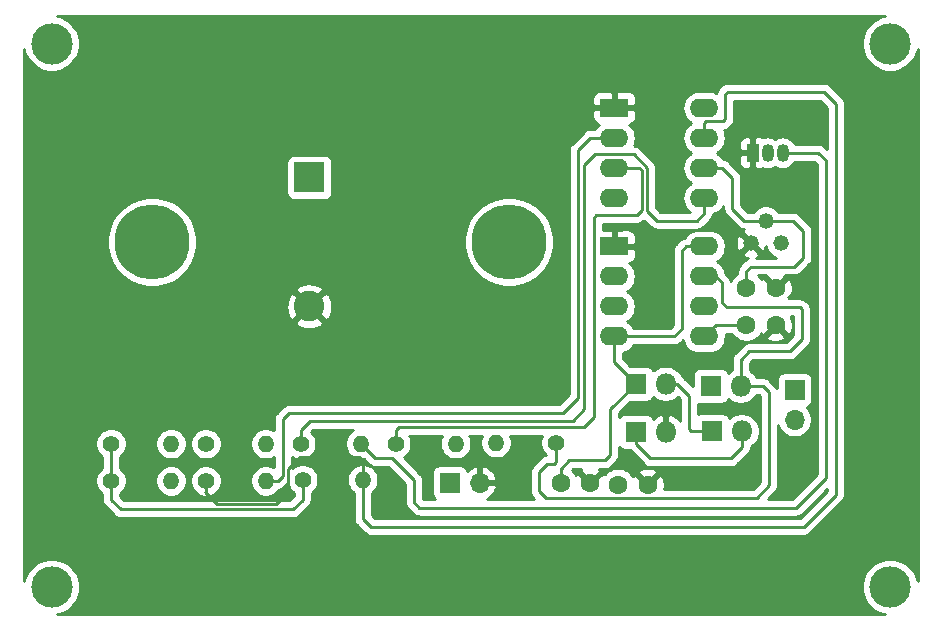
<source format=gbr>
%TF.GenerationSoftware,KiCad,Pcbnew,(5.1.12)-1*%
%TF.CreationDate,2023-08-23T22:39:03+05:30*%
%TF.ProjectId,PULSED IC 555 ALARMS CIRCUIT,50554c53-4544-4204-9943-203535352041,rev?*%
%TF.SameCoordinates,Original*%
%TF.FileFunction,Copper,L1,Top*%
%TF.FilePolarity,Positive*%
%FSLAX46Y46*%
G04 Gerber Fmt 4.6, Leading zero omitted, Abs format (unit mm)*
G04 Created by KiCad (PCBNEW (5.1.12)-1) date 2023-08-23 22:39:03*
%MOMM*%
%LPD*%
G01*
G04 APERTURE LIST*
%TA.AperFunction,ComponentPad*%
%ADD10O,2.400000X1.600000*%
%TD*%
%TA.AperFunction,ComponentPad*%
%ADD11R,2.400000X1.600000*%
%TD*%
%TA.AperFunction,ComponentPad*%
%ADD12O,1.700000X1.700000*%
%TD*%
%TA.AperFunction,ComponentPad*%
%ADD13R,1.700000X1.700000*%
%TD*%
%TA.AperFunction,ComponentPad*%
%ADD14O,1.400000X1.400000*%
%TD*%
%TA.AperFunction,ComponentPad*%
%ADD15C,1.400000*%
%TD*%
%TA.AperFunction,ComponentPad*%
%ADD16C,6.350000*%
%TD*%
%TA.AperFunction,ComponentPad*%
%ADD17C,2.600000*%
%TD*%
%TA.AperFunction,ComponentPad*%
%ADD18R,2.600000X2.600000*%
%TD*%
%TA.AperFunction,ComponentPad*%
%ADD19C,1.320800*%
%TD*%
%TA.AperFunction,ComponentPad*%
%ADD20R,1.050000X1.500000*%
%TD*%
%TA.AperFunction,ComponentPad*%
%ADD21O,1.050000X1.500000*%
%TD*%
%TA.AperFunction,ComponentPad*%
%ADD22O,1.800000X1.800000*%
%TD*%
%TA.AperFunction,ComponentPad*%
%ADD23R,1.800000X1.800000*%
%TD*%
%TA.AperFunction,ComponentPad*%
%ADD24C,1.600000*%
%TD*%
%TA.AperFunction,ViaPad*%
%ADD25C,3.500000*%
%TD*%
%TA.AperFunction,Conductor*%
%ADD26C,0.250000*%
%TD*%
%TA.AperFunction,Conductor*%
%ADD27C,0.254000*%
%TD*%
%TA.AperFunction,Conductor*%
%ADD28C,0.100000*%
%TD*%
G04 APERTURE END LIST*
D10*
%TO.P,U2,8*%
%TO.N,Net-(C1-Pad1)*%
X162245001Y-74435001D03*
%TO.P,U2,4*%
X154625001Y-82055001D03*
%TO.P,U2,7*%
%TO.N,Net-(R5-Pad2)*%
X162245001Y-76975001D03*
%TO.P,U2,3*%
%TO.N,Net-(R8-Pad1)*%
X154625001Y-79515001D03*
%TO.P,U2,6*%
%TO.N,Net-(C4-Pad1)*%
X162245001Y-79515001D03*
%TO.P,U2,2*%
X154625001Y-76975001D03*
%TO.P,U2,5*%
%TO.N,Net-(R7-Pad1)*%
X162245001Y-82055001D03*
D11*
%TO.P,U2,1*%
%TO.N,Earth*%
X154625001Y-74435001D03*
%TD*%
D10*
%TO.P,U1,8*%
%TO.N,Net-(C1-Pad1)*%
X162245001Y-86185001D03*
%TO.P,U1,4*%
X154625001Y-93805001D03*
%TO.P,U1,7*%
%TO.N,Net-(D1-Pad2)*%
X162245001Y-88725001D03*
%TO.P,U1,3*%
%TO.N,Net-(R3-Pad1)*%
X154625001Y-91265001D03*
%TO.P,U1,6*%
%TO.N,Net-(C2-Pad1)*%
X162245001Y-91265001D03*
%TO.P,U1,2*%
X154625001Y-88725001D03*
%TO.P,U1,5*%
%TO.N,Net-(C3-Pad1)*%
X162245001Y-93805001D03*
D11*
%TO.P,U1,1*%
%TO.N,Earth*%
X154625001Y-86185001D03*
%TD*%
D12*
%TO.P,TP1,2*%
%TO.N,Earth*%
X143240000Y-106188000D03*
D13*
%TO.P,TP1,1*%
%TO.N,Net-(D2-Pad2)*%
X140700000Y-106188000D03*
%TD*%
D14*
%TO.P,R8,2*%
%TO.N,Net-(Q3-Pad1)*%
X141205001Y-102885001D03*
D15*
%TO.P,R8,1*%
%TO.N,Net-(R8-Pad1)*%
X136125001Y-102885001D03*
%TD*%
D14*
%TO.P,R7,2*%
%TO.N,Net-(Q1-Pad3)*%
X133175001Y-102885001D03*
D15*
%TO.P,R7,1*%
%TO.N,Net-(R7-Pad1)*%
X128095001Y-102885001D03*
%TD*%
D14*
%TO.P,R6,2*%
%TO.N,Net-(C4-Pad1)*%
X125145001Y-106035001D03*
D15*
%TO.P,R6,1*%
%TO.N,Net-(R5-Pad2)*%
X120065001Y-106035001D03*
%TD*%
D14*
%TO.P,R5,2*%
%TO.N,Net-(R5-Pad2)*%
X133334000Y-105934000D03*
D15*
%TO.P,R5,1*%
%TO.N,Net-(C1-Pad1)*%
X128254000Y-105934000D03*
%TD*%
D14*
%TO.P,R4,2*%
%TO.N,Net-(Q1-Pad3)*%
X117115001Y-106035001D03*
D15*
%TO.P,R4,1*%
%TO.N,Net-(C1-Pad1)*%
X112035001Y-106035001D03*
%TD*%
D14*
%TO.P,R3,2*%
%TO.N,Net-(Q2-Pad1)*%
X125145001Y-102885001D03*
D15*
%TO.P,R3,1*%
%TO.N,Net-(R3-Pad1)*%
X120065001Y-102885001D03*
%TD*%
D14*
%TO.P,R2,2*%
%TO.N,Net-(C2-Pad1)*%
X144640000Y-102790000D03*
D15*
%TO.P,R2,1*%
%TO.N,Net-(D1-Pad2)*%
X149720000Y-102790000D03*
%TD*%
D14*
%TO.P,R1,2*%
%TO.N,Net-(D1-Pad2)*%
X117115001Y-102885001D03*
D15*
%TO.P,R1,1*%
%TO.N,Net-(C1-Pad1)*%
X112035001Y-102885001D03*
%TD*%
D16*
%TO.P,Q3,3*%
%TO.N,Net-(D3-Pad2)*%
X145720000Y-85790000D03*
X115520000Y-85790000D03*
D17*
%TO.P,Q3,2*%
%TO.N,Earth*%
X128820000Y-91260000D03*
D18*
%TO.P,Q3,1*%
%TO.N,Net-(Q3-Pad1)*%
X128820000Y-80340000D03*
%TD*%
D19*
%TO.P,Q2,3*%
%TO.N,Earth*%
X166210526Y-85890544D03*
%TO.P,Q2,2*%
%TO.N,Net-(C4-Pad1)*%
X167480526Y-83985544D03*
%TO.P,Q2,1*%
%TO.N,Net-(Q2-Pad1)*%
X168750526Y-85890544D03*
%TD*%
D20*
%TO.P,Q1,1*%
%TO.N,Earth*%
X166354000Y-78248000D03*
D21*
%TO.P,Q1,3*%
%TO.N,Net-(Q1-Pad3)*%
X168894000Y-78248000D03*
%TO.P,Q1,2*%
%TO.N,Net-(C2-Pad1)*%
X167624000Y-78248000D03*
%TD*%
D12*
%TO.P,LS1,2*%
%TO.N,Net-(D3-Pad2)*%
X169910000Y-100854000D03*
D13*
%TO.P,LS1,1*%
%TO.N,Net-(D2-Pad2)*%
X169910000Y-98314000D03*
%TD*%
D22*
%TO.P,D4,2*%
%TO.N,Earth*%
X158988000Y-101870000D03*
D23*
%TO.P,D4,1*%
%TO.N,Net-(D3-Pad2)*%
X156448000Y-101870000D03*
%TD*%
D22*
%TO.P,D3,2*%
%TO.N,Net-(D3-Pad2)*%
X165430000Y-101830000D03*
D23*
%TO.P,D3,1*%
%TO.N,Net-(D2-Pad2)*%
X162890000Y-101830000D03*
%TD*%
D22*
%TO.P,D2,2*%
%TO.N,Net-(D2-Pad2)*%
X158988000Y-97806000D03*
D23*
%TO.P,D2,1*%
%TO.N,Net-(C1-Pad1)*%
X156448000Y-97806000D03*
%TD*%
D22*
%TO.P,D1,2*%
%TO.N,Net-(D1-Pad2)*%
X165345001Y-97985001D03*
D23*
%TO.P,D1,1*%
%TO.N,Net-(C2-Pad1)*%
X162805001Y-97985001D03*
%TD*%
D24*
%TO.P,C4,2*%
%TO.N,Earth*%
X168325001Y-89675001D03*
%TO.P,C4,1*%
%TO.N,Net-(C4-Pad1)*%
X165825001Y-89675001D03*
%TD*%
%TO.P,C3,2*%
%TO.N,Earth*%
X168325001Y-92825001D03*
%TO.P,C3,1*%
%TO.N,Net-(C3-Pad1)*%
X165825001Y-92825001D03*
%TD*%
%TO.P,C2,2*%
%TO.N,Earth*%
X157470000Y-106340000D03*
%TO.P,C2,1*%
%TO.N,Net-(C2-Pad1)*%
X154970000Y-106340000D03*
%TD*%
%TO.P,C1,2*%
%TO.N,Earth*%
X152610000Y-106230000D03*
%TO.P,C1,1*%
%TO.N,Net-(C1-Pad1)*%
X150110000Y-106230000D03*
%TD*%
D25*
%TO.N,*%
X107000000Y-69000000D03*
X178000000Y-69000000D03*
X178000000Y-115000000D03*
X107000000Y-115000000D03*
%TD*%
D26*
%TO.N,Net-(C1-Pad1)*%
X154625001Y-95983001D02*
X156448000Y-97806000D01*
X154625001Y-93805001D02*
X154625001Y-95983001D01*
X154625001Y-93805001D02*
X159694999Y-93805001D01*
X159694999Y-93805001D02*
X160340000Y-93160000D01*
X160340000Y-93160000D02*
X160340000Y-86540000D01*
X160694999Y-86185001D02*
X162245001Y-86185001D01*
X160340000Y-86540000D02*
X160694999Y-86185001D01*
X150110000Y-106230000D02*
X150110000Y-105010000D01*
X150110000Y-105010000D02*
X150830000Y-104290000D01*
X150830000Y-104290000D02*
X153830000Y-104290000D01*
X153830000Y-104290000D02*
X154280000Y-103840000D01*
X154280000Y-99974000D02*
X156448000Y-97806000D01*
X154280000Y-103840000D02*
X154280000Y-99974000D01*
X112035001Y-102885001D02*
X112035001Y-106035001D01*
X112035001Y-106035001D02*
X112035001Y-107625001D01*
X112035001Y-107625001D02*
X112860000Y-108450000D01*
X112860000Y-108450000D02*
X127430000Y-108450000D01*
X128254000Y-107626000D02*
X128254000Y-105934000D01*
X127430000Y-108450000D02*
X128254000Y-107626000D01*
%TO.N,Net-(C3-Pad1)*%
X163225001Y-92825001D02*
X162245001Y-93805001D01*
X165825001Y-92825001D02*
X163225001Y-92825001D01*
%TO.N,Net-(C4-Pad1)*%
X165825001Y-89675001D02*
X165825001Y-88274999D01*
X165825001Y-88274999D02*
X166220000Y-87880000D01*
X166220000Y-87880000D02*
X169890000Y-87880000D01*
X169890000Y-87880000D02*
X170640000Y-87130000D01*
X170640000Y-87130000D02*
X170640000Y-84870000D01*
X169755544Y-83985544D02*
X167480526Y-83985544D01*
X170640000Y-84870000D02*
X169755544Y-83985544D01*
X125145001Y-106035001D02*
X126104999Y-106035001D01*
X152614999Y-76975001D02*
X154625001Y-76975001D01*
X151550000Y-78040000D02*
X152614999Y-76975001D01*
X151550000Y-99030000D02*
X151550000Y-78040000D01*
X150270000Y-100310000D02*
X151550000Y-99030000D01*
X127070000Y-100310000D02*
X150270000Y-100310000D01*
X126570000Y-100810000D02*
X127070000Y-100310000D01*
X126570000Y-105620000D02*
X126570000Y-100810000D01*
X126154999Y-106035001D02*
X126570000Y-105620000D01*
X125145001Y-106035001D02*
X126154999Y-106035001D01*
X162245001Y-79515001D02*
X163775001Y-79515001D01*
X163775001Y-79515001D02*
X164640000Y-80380000D01*
X164640000Y-80380000D02*
X164640000Y-82980000D01*
X165645544Y-83985544D02*
X167480526Y-83985544D01*
X164640000Y-82980000D02*
X165645544Y-83985544D01*
%TO.N,Net-(D1-Pad2)*%
X165345001Y-97985001D02*
X167205001Y-97985001D01*
X167205001Y-97985001D02*
X167740000Y-98520000D01*
X167740000Y-98520000D02*
X167740000Y-106410000D01*
X166684999Y-107465001D02*
X148835001Y-107465001D01*
X167740000Y-106410000D02*
X166684999Y-107465001D01*
X148835001Y-107465001D02*
X148290000Y-106920000D01*
X148290000Y-106920000D02*
X148290000Y-105260000D01*
X148290000Y-105260000D02*
X148970000Y-104580000D01*
X148970000Y-104580000D02*
X149570000Y-104580000D01*
X149720000Y-104430000D02*
X149720000Y-102790000D01*
X149570000Y-104580000D02*
X149720000Y-104430000D01*
X165345001Y-95774999D02*
X165345001Y-97985001D01*
X170540000Y-91520000D02*
X170540000Y-94020000D01*
X169510000Y-95050000D02*
X166070000Y-95050000D01*
X170360000Y-91340000D02*
X170540000Y-91520000D01*
X168250000Y-91340000D02*
X170360000Y-91340000D01*
X166070000Y-95050000D02*
X165345001Y-95774999D01*
X168240000Y-91350000D02*
X168250000Y-91340000D01*
X163770011Y-90940011D02*
X164180000Y-91350000D01*
X163770011Y-89280011D02*
X163770011Y-90940011D01*
X164180000Y-91350000D02*
X168240000Y-91350000D01*
X163215001Y-88725001D02*
X163770011Y-89280011D01*
X170540000Y-94020000D02*
X169510000Y-95050000D01*
X162245001Y-88725001D02*
X163215001Y-88725001D01*
%TO.N,Net-(D2-Pad2)*%
X158988000Y-97806000D02*
X159986000Y-97806000D01*
X159986000Y-97806000D02*
X161000000Y-98820000D01*
X161000000Y-98820000D02*
X161000000Y-101660000D01*
X161170000Y-101830000D02*
X162890000Y-101830000D01*
X161000000Y-101660000D02*
X161170000Y-101830000D01*
%TO.N,Net-(D3-Pad2)*%
X165430000Y-101830000D02*
X165430000Y-103200000D01*
X165430000Y-103200000D02*
X164500000Y-104130000D01*
X164500000Y-104130000D02*
X157690000Y-104130000D01*
X156448000Y-102888000D02*
X156448000Y-101870000D01*
X157690000Y-104130000D02*
X156448000Y-102888000D01*
%TO.N,Net-(Q1-Pad3)*%
X171898000Y-78248000D02*
X168894000Y-78248000D01*
X172540000Y-78890000D02*
X171898000Y-78248000D01*
X172540000Y-105790000D02*
X172540000Y-78890000D01*
X170040000Y-108290000D02*
X172540000Y-105790000D01*
X138140000Y-108290000D02*
X170040000Y-108290000D01*
X137690000Y-105970000D02*
X137690000Y-107840000D01*
X135789001Y-104069001D02*
X137690000Y-105970000D01*
X134359001Y-104069001D02*
X135789001Y-104069001D01*
X137690000Y-107840000D02*
X138140000Y-108290000D01*
X133175001Y-102885001D02*
X134359001Y-104069001D01*
%TO.N,Net-(R5-Pad2)*%
X133334000Y-109224000D02*
X133334000Y-105934000D01*
X134040000Y-109930000D02*
X133334000Y-109224000D01*
X170690000Y-109930000D02*
X134040000Y-109930000D01*
X173420000Y-107200000D02*
X170690000Y-109930000D01*
X172390000Y-73090000D02*
X173420000Y-74120000D01*
X164230000Y-73090000D02*
X172390000Y-73090000D01*
X164050000Y-73270000D02*
X164230000Y-73090000D01*
X164050000Y-75370000D02*
X164050000Y-73270000D01*
X163840000Y-75580000D02*
X164050000Y-75370000D01*
X162370000Y-75580000D02*
X163840000Y-75580000D01*
X173420000Y-74120000D02*
X173420000Y-107200000D01*
X162245001Y-75704999D02*
X162370000Y-75580000D01*
X162245001Y-76975001D02*
X162245001Y-75704999D01*
X121000000Y-108000000D02*
X120000000Y-107000000D01*
X120065001Y-106934999D02*
X120065001Y-106035001D01*
X126000000Y-108000000D02*
X121000000Y-108000000D01*
X127020010Y-106979990D02*
X126000000Y-108000000D01*
X127020010Y-105000000D02*
X127020010Y-106979990D01*
X128020010Y-104000000D02*
X127020010Y-105000000D01*
X133000000Y-104000000D02*
X128020010Y-104000000D01*
X133334000Y-104334000D02*
X133000000Y-104000000D01*
X120000000Y-107000000D02*
X120065001Y-106934999D01*
X133334000Y-105934000D02*
X133334000Y-104334000D01*
%TO.N,Net-(R7-Pad1)*%
X151150000Y-100940000D02*
X128840000Y-100940000D01*
X152110000Y-99980000D02*
X151150000Y-100940000D01*
X128095001Y-101684999D02*
X128095001Y-102885001D01*
X152110000Y-79310000D02*
X152110000Y-99980000D01*
X153030009Y-78389991D02*
X152110000Y-79310000D01*
X156276399Y-78389991D02*
X153030009Y-78389991D01*
X157410010Y-79523602D02*
X156276399Y-78389991D01*
X157410010Y-83170010D02*
X157410010Y-79523602D01*
X158230000Y-83990000D02*
X157410010Y-83170010D01*
X161640000Y-83990000D02*
X158230000Y-83990000D01*
X162245001Y-83384999D02*
X161640000Y-83990000D01*
X128840000Y-100940000D02*
X128095001Y-101684999D01*
X162245001Y-82055001D02*
X162245001Y-83384999D01*
%TO.N,Net-(R8-Pad1)*%
X136420000Y-101440000D02*
X136125001Y-101734999D01*
X152070000Y-101440000D02*
X136420000Y-101440000D01*
X153130000Y-83510000D02*
X152890000Y-83750000D01*
X136125001Y-101734999D02*
X136125001Y-102885001D01*
X156560000Y-83510000D02*
X153130000Y-83510000D01*
X156960000Y-83110000D02*
X156560000Y-83510000D01*
X156960000Y-79710002D02*
X156960000Y-83110000D01*
X152890000Y-83750000D02*
X152890000Y-100620000D01*
X156764999Y-79515001D02*
X156960000Y-79710002D01*
X152890000Y-100620000D02*
X152070000Y-101440000D01*
X154625001Y-79515001D02*
X156764999Y-79515001D01*
%TD*%
D27*
%TO.N,Earth*%
X177304321Y-66706654D02*
X176870279Y-66886440D01*
X176479651Y-67147450D01*
X176147450Y-67479651D01*
X175886440Y-67870279D01*
X175706654Y-68304321D01*
X175615000Y-68765098D01*
X175615000Y-69234902D01*
X175706654Y-69695679D01*
X175886440Y-70129721D01*
X176147450Y-70520349D01*
X176479651Y-70852550D01*
X176870279Y-71113560D01*
X177304321Y-71293346D01*
X177765098Y-71385000D01*
X178234902Y-71385000D01*
X178695679Y-71293346D01*
X179129721Y-71113560D01*
X179520349Y-70852550D01*
X179852550Y-70520349D01*
X180113560Y-70129721D01*
X180293346Y-69695679D01*
X180340001Y-69461128D01*
X180340000Y-114538867D01*
X180293346Y-114304321D01*
X180113560Y-113870279D01*
X179852550Y-113479651D01*
X179520349Y-113147450D01*
X179129721Y-112886440D01*
X178695679Y-112706654D01*
X178234902Y-112615000D01*
X177765098Y-112615000D01*
X177304321Y-112706654D01*
X176870279Y-112886440D01*
X176479651Y-113147450D01*
X176147450Y-113479651D01*
X175886440Y-113870279D01*
X175706654Y-114304321D01*
X175615000Y-114765098D01*
X175615000Y-115234902D01*
X175706654Y-115695679D01*
X175886440Y-116129721D01*
X176147450Y-116520349D01*
X176479651Y-116852550D01*
X176870279Y-117113560D01*
X177304321Y-117293346D01*
X177538867Y-117340000D01*
X107461133Y-117340000D01*
X107695679Y-117293346D01*
X108129721Y-117113560D01*
X108520349Y-116852550D01*
X108852550Y-116520349D01*
X109113560Y-116129721D01*
X109293346Y-115695679D01*
X109385000Y-115234902D01*
X109385000Y-114765098D01*
X109293346Y-114304321D01*
X109113560Y-113870279D01*
X108852550Y-113479651D01*
X108520349Y-113147450D01*
X108129721Y-112886440D01*
X107695679Y-112706654D01*
X107234902Y-112615000D01*
X106765098Y-112615000D01*
X106304321Y-112706654D01*
X105870279Y-112886440D01*
X105479651Y-113147450D01*
X105147450Y-113479651D01*
X104886440Y-113870279D01*
X104706654Y-114304321D01*
X104660000Y-114538867D01*
X104660000Y-102753515D01*
X110700001Y-102753515D01*
X110700001Y-103016487D01*
X110751305Y-103274406D01*
X110851940Y-103517360D01*
X110998039Y-103736014D01*
X111183988Y-103921963D01*
X111275001Y-103982776D01*
X111275002Y-104937226D01*
X111183988Y-104998039D01*
X110998039Y-105183988D01*
X110851940Y-105402642D01*
X110751305Y-105645596D01*
X110700001Y-105903515D01*
X110700001Y-106166487D01*
X110751305Y-106424406D01*
X110851940Y-106667360D01*
X110998039Y-106886014D01*
X111183988Y-107071963D01*
X111275002Y-107132776D01*
X111275002Y-107587669D01*
X111271325Y-107625001D01*
X111275002Y-107662334D01*
X111285999Y-107773987D01*
X111287519Y-107778998D01*
X111329455Y-107917247D01*
X111400027Y-108049277D01*
X111471202Y-108136003D01*
X111495001Y-108165002D01*
X111523999Y-108188800D01*
X112296201Y-108961002D01*
X112319999Y-108990001D01*
X112435724Y-109084974D01*
X112567753Y-109155546D01*
X112711014Y-109199003D01*
X112822667Y-109210000D01*
X112822675Y-109210000D01*
X112860000Y-109213676D01*
X112897325Y-109210000D01*
X127392678Y-109210000D01*
X127430000Y-109213676D01*
X127467322Y-109210000D01*
X127467333Y-109210000D01*
X127578986Y-109199003D01*
X127722247Y-109155546D01*
X127854276Y-109084974D01*
X127970001Y-108990001D01*
X127993803Y-108960998D01*
X128765004Y-108189798D01*
X128794001Y-108166001D01*
X128848187Y-108099975D01*
X128888974Y-108050277D01*
X128959546Y-107918247D01*
X128975478Y-107865724D01*
X129003003Y-107774986D01*
X129014000Y-107663333D01*
X129014000Y-107663323D01*
X129017676Y-107626000D01*
X129014000Y-107588677D01*
X129014000Y-107031775D01*
X129105013Y-106970962D01*
X129290962Y-106785013D01*
X129437061Y-106566359D01*
X129537696Y-106323405D01*
X129589000Y-106065486D01*
X129589000Y-105802514D01*
X129537696Y-105544595D01*
X129437061Y-105301641D01*
X129290962Y-105082987D01*
X129105013Y-104897038D01*
X128886359Y-104750939D01*
X128643405Y-104650304D01*
X128385486Y-104599000D01*
X128122514Y-104599000D01*
X127864595Y-104650304D01*
X127621641Y-104750939D01*
X127402987Y-104897038D01*
X127330000Y-104970025D01*
X127330000Y-103979434D01*
X127462642Y-104068062D01*
X127705596Y-104168697D01*
X127963515Y-104220001D01*
X128226487Y-104220001D01*
X128484406Y-104168697D01*
X128727360Y-104068062D01*
X128946014Y-103921963D01*
X129131963Y-103736014D01*
X129278062Y-103517360D01*
X129378697Y-103274406D01*
X129430001Y-103016487D01*
X129430001Y-102753515D01*
X129378697Y-102495596D01*
X129278062Y-102252642D01*
X129131963Y-102033988D01*
X128976388Y-101878413D01*
X129154802Y-101700000D01*
X132547326Y-101700000D01*
X132542642Y-101701940D01*
X132323988Y-101848039D01*
X132138039Y-102033988D01*
X131991940Y-102252642D01*
X131891305Y-102495596D01*
X131840001Y-102753515D01*
X131840001Y-103016487D01*
X131891305Y-103274406D01*
X131991940Y-103517360D01*
X132138039Y-103736014D01*
X132323988Y-103921963D01*
X132542642Y-104068062D01*
X132785596Y-104168697D01*
X133043515Y-104220001D01*
X133306487Y-104220001D01*
X133413844Y-104198646D01*
X133795201Y-104580003D01*
X133819000Y-104609002D01*
X133934725Y-104703975D01*
X134066754Y-104774547D01*
X134210015Y-104818004D01*
X134321668Y-104829001D01*
X134321678Y-104829001D01*
X134359001Y-104832677D01*
X134396324Y-104829001D01*
X135474200Y-104829001D01*
X136930000Y-106284802D01*
X136930001Y-107802668D01*
X136926324Y-107840000D01*
X136930001Y-107877333D01*
X136940998Y-107988986D01*
X136952142Y-108025724D01*
X136984454Y-108132246D01*
X137055026Y-108264276D01*
X137109414Y-108330547D01*
X137150000Y-108380001D01*
X137178998Y-108403799D01*
X137576196Y-108800997D01*
X137599999Y-108830001D01*
X137673146Y-108890031D01*
X137715723Y-108924974D01*
X137837379Y-108990001D01*
X137847753Y-108995546D01*
X137991014Y-109039003D01*
X138102667Y-109050000D01*
X138102676Y-109050000D01*
X138139999Y-109053676D01*
X138177322Y-109050000D01*
X170002678Y-109050000D01*
X170040000Y-109053676D01*
X170077322Y-109050000D01*
X170077333Y-109050000D01*
X170188986Y-109039003D01*
X170332247Y-108995546D01*
X170464276Y-108924974D01*
X170580001Y-108830001D01*
X170603804Y-108800997D01*
X172660001Y-106744801D01*
X172660001Y-106885197D01*
X170375199Y-109170000D01*
X134354802Y-109170000D01*
X134094000Y-108909199D01*
X134094000Y-107031775D01*
X134185013Y-106970962D01*
X134370962Y-106785013D01*
X134517061Y-106566359D01*
X134617696Y-106323405D01*
X134669000Y-106065486D01*
X134669000Y-105802514D01*
X134617696Y-105544595D01*
X134517061Y-105301641D01*
X134370962Y-105082987D01*
X134185013Y-104897038D01*
X133966359Y-104750939D01*
X133723405Y-104650304D01*
X133465486Y-104599000D01*
X133202514Y-104599000D01*
X132944595Y-104650304D01*
X132701641Y-104750939D01*
X132482987Y-104897038D01*
X132297038Y-105082987D01*
X132150939Y-105301641D01*
X132050304Y-105544595D01*
X131999000Y-105802514D01*
X131999000Y-106065486D01*
X132050304Y-106323405D01*
X132150939Y-106566359D01*
X132297038Y-106785013D01*
X132482987Y-106970962D01*
X132574001Y-107031775D01*
X132574000Y-109186677D01*
X132570324Y-109224000D01*
X132574000Y-109261322D01*
X132574000Y-109261332D01*
X132584997Y-109372985D01*
X132598955Y-109418998D01*
X132628454Y-109516246D01*
X132699026Y-109648276D01*
X132738871Y-109696826D01*
X132793999Y-109764001D01*
X132823002Y-109787803D01*
X133476201Y-110441002D01*
X133499999Y-110470001D01*
X133615724Y-110564974D01*
X133747753Y-110635546D01*
X133891014Y-110679003D01*
X134002667Y-110690000D01*
X134002675Y-110690000D01*
X134040000Y-110693676D01*
X134077325Y-110690000D01*
X170652678Y-110690000D01*
X170690000Y-110693676D01*
X170727322Y-110690000D01*
X170727333Y-110690000D01*
X170838986Y-110679003D01*
X170982247Y-110635546D01*
X171114276Y-110564974D01*
X171230001Y-110470001D01*
X171253804Y-110440997D01*
X173931003Y-107763799D01*
X173960001Y-107740001D01*
X174012466Y-107676072D01*
X174054974Y-107624277D01*
X174125546Y-107492247D01*
X174130167Y-107477014D01*
X174169003Y-107348986D01*
X174180000Y-107237333D01*
X174180000Y-107237324D01*
X174183676Y-107200001D01*
X174180000Y-107162678D01*
X174180000Y-74157323D01*
X174183676Y-74120000D01*
X174180000Y-74082677D01*
X174180000Y-74082667D01*
X174169003Y-73971014D01*
X174125546Y-73827753D01*
X174054975Y-73695725D01*
X174054974Y-73695723D01*
X173983799Y-73608997D01*
X173960001Y-73579999D01*
X173931004Y-73556202D01*
X172953804Y-72579002D01*
X172930001Y-72549999D01*
X172814276Y-72455026D01*
X172682247Y-72384454D01*
X172538986Y-72340997D01*
X172427333Y-72330000D01*
X172427322Y-72330000D01*
X172390000Y-72326324D01*
X172352678Y-72330000D01*
X164267322Y-72330000D01*
X164229999Y-72326324D01*
X164192676Y-72330000D01*
X164192667Y-72330000D01*
X164081014Y-72340997D01*
X163937753Y-72384454D01*
X163805724Y-72455026D01*
X163689999Y-72549999D01*
X163666200Y-72578998D01*
X163538997Y-72706202D01*
X163510000Y-72729999D01*
X163486202Y-72758997D01*
X163486201Y-72758998D01*
X163415026Y-72845724D01*
X163344454Y-72977754D01*
X163323905Y-73045499D01*
X163300998Y-73121014D01*
X163297490Y-73156634D01*
X163196809Y-73102819D01*
X162926310Y-73020765D01*
X162715493Y-73000001D01*
X161774509Y-73000001D01*
X161563692Y-73020765D01*
X161293193Y-73102819D01*
X161043900Y-73236069D01*
X160825393Y-73415393D01*
X160646069Y-73633900D01*
X160512819Y-73883193D01*
X160430765Y-74153692D01*
X160403058Y-74435001D01*
X160430765Y-74716310D01*
X160512819Y-74986809D01*
X160646069Y-75236102D01*
X160825393Y-75454609D01*
X161043900Y-75633933D01*
X161176859Y-75705001D01*
X161043900Y-75776069D01*
X160825393Y-75955393D01*
X160646069Y-76173900D01*
X160512819Y-76423193D01*
X160430765Y-76693692D01*
X160403058Y-76975001D01*
X160430765Y-77256310D01*
X160512819Y-77526809D01*
X160646069Y-77776102D01*
X160825393Y-77994609D01*
X161043900Y-78173933D01*
X161176859Y-78245001D01*
X161043900Y-78316069D01*
X160825393Y-78495393D01*
X160646069Y-78713900D01*
X160512819Y-78963193D01*
X160430765Y-79233692D01*
X160403058Y-79515001D01*
X160430765Y-79796310D01*
X160512819Y-80066809D01*
X160646069Y-80316102D01*
X160825393Y-80534609D01*
X161043900Y-80713933D01*
X161176859Y-80785001D01*
X161043900Y-80856069D01*
X160825393Y-81035393D01*
X160646069Y-81253900D01*
X160512819Y-81503193D01*
X160430765Y-81773692D01*
X160403058Y-82055001D01*
X160430765Y-82336310D01*
X160512819Y-82606809D01*
X160646069Y-82856102D01*
X160825393Y-83074609D01*
X161014738Y-83230000D01*
X158544802Y-83230000D01*
X158170010Y-82855209D01*
X158170010Y-79560924D01*
X158173686Y-79523601D01*
X158170010Y-79486278D01*
X158170010Y-79486269D01*
X158159013Y-79374616D01*
X158115556Y-79231355D01*
X158098262Y-79199000D01*
X158044984Y-79099325D01*
X157973809Y-79012599D01*
X157950011Y-78983601D01*
X157921013Y-78959803D01*
X156840203Y-77878993D01*
X156816400Y-77849990D01*
X156700675Y-77755017D01*
X156568646Y-77684445D01*
X156425385Y-77640988D01*
X156313732Y-77629991D01*
X156313721Y-77629991D01*
X156302616Y-77628897D01*
X156357183Y-77526809D01*
X156439237Y-77256310D01*
X156466944Y-76975001D01*
X156439237Y-76693692D01*
X156357183Y-76423193D01*
X156223933Y-76173900D01*
X156044609Y-75955393D01*
X155931519Y-75862582D01*
X155949483Y-75860813D01*
X156069181Y-75824503D01*
X156179495Y-75765538D01*
X156276186Y-75686186D01*
X156355538Y-75589495D01*
X156414503Y-75479181D01*
X156450813Y-75359483D01*
X156463073Y-75235001D01*
X156460001Y-74720751D01*
X156301251Y-74562001D01*
X154752001Y-74562001D01*
X154752001Y-74582001D01*
X154498001Y-74582001D01*
X154498001Y-74562001D01*
X152948751Y-74562001D01*
X152790001Y-74720751D01*
X152786929Y-75235001D01*
X152799189Y-75359483D01*
X152835499Y-75479181D01*
X152894464Y-75589495D01*
X152973816Y-75686186D01*
X153070507Y-75765538D01*
X153180821Y-75824503D01*
X153300519Y-75860813D01*
X153318483Y-75862582D01*
X153205393Y-75955393D01*
X153026069Y-76173900D01*
X153004100Y-76215001D01*
X152652321Y-76215001D01*
X152614998Y-76211325D01*
X152577675Y-76215001D01*
X152577666Y-76215001D01*
X152466013Y-76225998D01*
X152324918Y-76268798D01*
X152322752Y-76269455D01*
X152190722Y-76340027D01*
X152107082Y-76408669D01*
X152074998Y-76435000D01*
X152051200Y-76463998D01*
X151038998Y-77476201D01*
X151010000Y-77499999D01*
X150986202Y-77528997D01*
X150986201Y-77528998D01*
X150915026Y-77615724D01*
X150844454Y-77747754D01*
X150800998Y-77891015D01*
X150786324Y-78040000D01*
X150790001Y-78077333D01*
X150790000Y-98715198D01*
X149955199Y-99550000D01*
X127107325Y-99550000D01*
X127070000Y-99546324D01*
X127032675Y-99550000D01*
X127032667Y-99550000D01*
X126921014Y-99560997D01*
X126777753Y-99604454D01*
X126645724Y-99675026D01*
X126529999Y-99769999D01*
X126506196Y-99799003D01*
X126058998Y-100246201D01*
X126030000Y-100269999D01*
X126006202Y-100298997D01*
X126006201Y-100298998D01*
X125935026Y-100385724D01*
X125864454Y-100517754D01*
X125858374Y-100537799D01*
X125825021Y-100647754D01*
X125820998Y-100661015D01*
X125806324Y-100810000D01*
X125810001Y-100847332D01*
X125810001Y-101723750D01*
X125777360Y-101701940D01*
X125534406Y-101601305D01*
X125276487Y-101550001D01*
X125013515Y-101550001D01*
X124755596Y-101601305D01*
X124512642Y-101701940D01*
X124293988Y-101848039D01*
X124108039Y-102033988D01*
X123961940Y-102252642D01*
X123861305Y-102495596D01*
X123810001Y-102753515D01*
X123810001Y-103016487D01*
X123861305Y-103274406D01*
X123961940Y-103517360D01*
X124108039Y-103736014D01*
X124293988Y-103921963D01*
X124512642Y-104068062D01*
X124755596Y-104168697D01*
X125013515Y-104220001D01*
X125276487Y-104220001D01*
X125534406Y-104168697D01*
X125777360Y-104068062D01*
X125810000Y-104046253D01*
X125810000Y-104873749D01*
X125777360Y-104851940D01*
X125534406Y-104751305D01*
X125276487Y-104700001D01*
X125013515Y-104700001D01*
X124755596Y-104751305D01*
X124512642Y-104851940D01*
X124293988Y-104998039D01*
X124108039Y-105183988D01*
X123961940Y-105402642D01*
X123861305Y-105645596D01*
X123810001Y-105903515D01*
X123810001Y-106166487D01*
X123861305Y-106424406D01*
X123961940Y-106667360D01*
X124108039Y-106886014D01*
X124293988Y-107071963D01*
X124512642Y-107218062D01*
X124755596Y-107318697D01*
X125013515Y-107370001D01*
X125276487Y-107370001D01*
X125534406Y-107318697D01*
X125777360Y-107218062D01*
X125996014Y-107071963D01*
X126181963Y-106886014D01*
X126246329Y-106789683D01*
X126303985Y-106784004D01*
X126447246Y-106740547D01*
X126579275Y-106669975D01*
X126695000Y-106575002D01*
X126718803Y-106545998D01*
X126965508Y-106299293D01*
X126970304Y-106323405D01*
X127070939Y-106566359D01*
X127217038Y-106785013D01*
X127402987Y-106970962D01*
X127494000Y-107031775D01*
X127494000Y-107311198D01*
X127115199Y-107690000D01*
X113174802Y-107690000D01*
X112795001Y-107310200D01*
X112795001Y-107132776D01*
X112886014Y-107071963D01*
X113071963Y-106886014D01*
X113218062Y-106667360D01*
X113318697Y-106424406D01*
X113370001Y-106166487D01*
X113370001Y-105903515D01*
X115780001Y-105903515D01*
X115780001Y-106166487D01*
X115831305Y-106424406D01*
X115931940Y-106667360D01*
X116078039Y-106886014D01*
X116263988Y-107071963D01*
X116482642Y-107218062D01*
X116725596Y-107318697D01*
X116983515Y-107370001D01*
X117246487Y-107370001D01*
X117504406Y-107318697D01*
X117747360Y-107218062D01*
X117966014Y-107071963D01*
X118151963Y-106886014D01*
X118298062Y-106667360D01*
X118398697Y-106424406D01*
X118450001Y-106166487D01*
X118450001Y-105903515D01*
X118730001Y-105903515D01*
X118730001Y-106166487D01*
X118781305Y-106424406D01*
X118881940Y-106667360D01*
X119028039Y-106886014D01*
X119213988Y-107071963D01*
X119432642Y-107218062D01*
X119675596Y-107318697D01*
X119933515Y-107370001D01*
X120196487Y-107370001D01*
X120454406Y-107318697D01*
X120697360Y-107218062D01*
X120916014Y-107071963D01*
X121101963Y-106886014D01*
X121248062Y-106667360D01*
X121348697Y-106424406D01*
X121400001Y-106166487D01*
X121400001Y-105903515D01*
X121348697Y-105645596D01*
X121248062Y-105402642D01*
X121101963Y-105183988D01*
X120916014Y-104998039D01*
X120697360Y-104851940D01*
X120454406Y-104751305D01*
X120196487Y-104700001D01*
X119933515Y-104700001D01*
X119675596Y-104751305D01*
X119432642Y-104851940D01*
X119213988Y-104998039D01*
X119028039Y-105183988D01*
X118881940Y-105402642D01*
X118781305Y-105645596D01*
X118730001Y-105903515D01*
X118450001Y-105903515D01*
X118398697Y-105645596D01*
X118298062Y-105402642D01*
X118151963Y-105183988D01*
X117966014Y-104998039D01*
X117747360Y-104851940D01*
X117504406Y-104751305D01*
X117246487Y-104700001D01*
X116983515Y-104700001D01*
X116725596Y-104751305D01*
X116482642Y-104851940D01*
X116263988Y-104998039D01*
X116078039Y-105183988D01*
X115931940Y-105402642D01*
X115831305Y-105645596D01*
X115780001Y-105903515D01*
X113370001Y-105903515D01*
X113318697Y-105645596D01*
X113218062Y-105402642D01*
X113071963Y-105183988D01*
X112886014Y-104998039D01*
X112795001Y-104937226D01*
X112795001Y-103982776D01*
X112886014Y-103921963D01*
X113071963Y-103736014D01*
X113218062Y-103517360D01*
X113318697Y-103274406D01*
X113370001Y-103016487D01*
X113370001Y-102753515D01*
X115780001Y-102753515D01*
X115780001Y-103016487D01*
X115831305Y-103274406D01*
X115931940Y-103517360D01*
X116078039Y-103736014D01*
X116263988Y-103921963D01*
X116482642Y-104068062D01*
X116725596Y-104168697D01*
X116983515Y-104220001D01*
X117246487Y-104220001D01*
X117504406Y-104168697D01*
X117747360Y-104068062D01*
X117966014Y-103921963D01*
X118151963Y-103736014D01*
X118298062Y-103517360D01*
X118398697Y-103274406D01*
X118450001Y-103016487D01*
X118450001Y-102753515D01*
X118730001Y-102753515D01*
X118730001Y-103016487D01*
X118781305Y-103274406D01*
X118881940Y-103517360D01*
X119028039Y-103736014D01*
X119213988Y-103921963D01*
X119432642Y-104068062D01*
X119675596Y-104168697D01*
X119933515Y-104220001D01*
X120196487Y-104220001D01*
X120454406Y-104168697D01*
X120697360Y-104068062D01*
X120916014Y-103921963D01*
X121101963Y-103736014D01*
X121248062Y-103517360D01*
X121348697Y-103274406D01*
X121400001Y-103016487D01*
X121400001Y-102753515D01*
X121348697Y-102495596D01*
X121248062Y-102252642D01*
X121101963Y-102033988D01*
X120916014Y-101848039D01*
X120697360Y-101701940D01*
X120454406Y-101601305D01*
X120196487Y-101550001D01*
X119933515Y-101550001D01*
X119675596Y-101601305D01*
X119432642Y-101701940D01*
X119213988Y-101848039D01*
X119028039Y-102033988D01*
X118881940Y-102252642D01*
X118781305Y-102495596D01*
X118730001Y-102753515D01*
X118450001Y-102753515D01*
X118398697Y-102495596D01*
X118298062Y-102252642D01*
X118151963Y-102033988D01*
X117966014Y-101848039D01*
X117747360Y-101701940D01*
X117504406Y-101601305D01*
X117246487Y-101550001D01*
X116983515Y-101550001D01*
X116725596Y-101601305D01*
X116482642Y-101701940D01*
X116263988Y-101848039D01*
X116078039Y-102033988D01*
X115931940Y-102252642D01*
X115831305Y-102495596D01*
X115780001Y-102753515D01*
X113370001Y-102753515D01*
X113318697Y-102495596D01*
X113218062Y-102252642D01*
X113071963Y-102033988D01*
X112886014Y-101848039D01*
X112667360Y-101701940D01*
X112424406Y-101601305D01*
X112166487Y-101550001D01*
X111903515Y-101550001D01*
X111645596Y-101601305D01*
X111402642Y-101701940D01*
X111183988Y-101848039D01*
X110998039Y-102033988D01*
X110851940Y-102252642D01*
X110751305Y-102495596D01*
X110700001Y-102753515D01*
X104660000Y-102753515D01*
X104660000Y-92609224D01*
X127650381Y-92609224D01*
X127782317Y-92904312D01*
X128123045Y-93075159D01*
X128490557Y-93176250D01*
X128870729Y-93203701D01*
X129248951Y-93156457D01*
X129610690Y-93036333D01*
X129857683Y-92904312D01*
X129989619Y-92609224D01*
X128820000Y-91439605D01*
X127650381Y-92609224D01*
X104660000Y-92609224D01*
X104660000Y-91310729D01*
X126876299Y-91310729D01*
X126923543Y-91688951D01*
X127043667Y-92050690D01*
X127175688Y-92297683D01*
X127470776Y-92429619D01*
X128640395Y-91260000D01*
X128999605Y-91260000D01*
X130169224Y-92429619D01*
X130464312Y-92297683D01*
X130635159Y-91956955D01*
X130736250Y-91589443D01*
X130763701Y-91209271D01*
X130716457Y-90831049D01*
X130596333Y-90469310D01*
X130464312Y-90222317D01*
X130169224Y-90090381D01*
X128999605Y-91260000D01*
X128640395Y-91260000D01*
X127470776Y-90090381D01*
X127175688Y-90222317D01*
X127004841Y-90563045D01*
X126903750Y-90930557D01*
X126876299Y-91310729D01*
X104660000Y-91310729D01*
X104660000Y-89910776D01*
X127650381Y-89910776D01*
X128820000Y-91080395D01*
X129989619Y-89910776D01*
X129857683Y-89615688D01*
X129516955Y-89444841D01*
X129149443Y-89343750D01*
X128769271Y-89316299D01*
X128391049Y-89363543D01*
X128029310Y-89483667D01*
X127782317Y-89615688D01*
X127650381Y-89910776D01*
X104660000Y-89910776D01*
X104660000Y-85414748D01*
X111710000Y-85414748D01*
X111710000Y-86165252D01*
X111856416Y-86901336D01*
X112143622Y-87594712D01*
X112560580Y-88218733D01*
X113091267Y-88749420D01*
X113715288Y-89166378D01*
X114408664Y-89453584D01*
X115144748Y-89600000D01*
X115895252Y-89600000D01*
X116631336Y-89453584D01*
X117324712Y-89166378D01*
X117948733Y-88749420D01*
X118479420Y-88218733D01*
X118896378Y-87594712D01*
X119183584Y-86901336D01*
X119330000Y-86165252D01*
X119330000Y-85414748D01*
X141910000Y-85414748D01*
X141910000Y-86165252D01*
X142056416Y-86901336D01*
X142343622Y-87594712D01*
X142760580Y-88218733D01*
X143291267Y-88749420D01*
X143915288Y-89166378D01*
X144608664Y-89453584D01*
X145344748Y-89600000D01*
X146095252Y-89600000D01*
X146831336Y-89453584D01*
X147524712Y-89166378D01*
X148148733Y-88749420D01*
X148679420Y-88218733D01*
X149096378Y-87594712D01*
X149383584Y-86901336D01*
X149530000Y-86165252D01*
X149530000Y-85414748D01*
X149383584Y-84678664D01*
X149096378Y-83985288D01*
X148679420Y-83361267D01*
X148148733Y-82830580D01*
X147524712Y-82413622D01*
X146831336Y-82126416D01*
X146095252Y-81980000D01*
X145344748Y-81980000D01*
X144608664Y-82126416D01*
X143915288Y-82413622D01*
X143291267Y-82830580D01*
X142760580Y-83361267D01*
X142343622Y-83985288D01*
X142056416Y-84678664D01*
X141910000Y-85414748D01*
X119330000Y-85414748D01*
X119183584Y-84678664D01*
X118896378Y-83985288D01*
X118479420Y-83361267D01*
X117948733Y-82830580D01*
X117324712Y-82413622D01*
X116631336Y-82126416D01*
X115895252Y-81980000D01*
X115144748Y-81980000D01*
X114408664Y-82126416D01*
X113715288Y-82413622D01*
X113091267Y-82830580D01*
X112560580Y-83361267D01*
X112143622Y-83985288D01*
X111856416Y-84678664D01*
X111710000Y-85414748D01*
X104660000Y-85414748D01*
X104660000Y-79040000D01*
X126881928Y-79040000D01*
X126881928Y-81640000D01*
X126894188Y-81764482D01*
X126930498Y-81884180D01*
X126989463Y-81994494D01*
X127068815Y-82091185D01*
X127165506Y-82170537D01*
X127275820Y-82229502D01*
X127395518Y-82265812D01*
X127520000Y-82278072D01*
X130120000Y-82278072D01*
X130244482Y-82265812D01*
X130364180Y-82229502D01*
X130474494Y-82170537D01*
X130571185Y-82091185D01*
X130650537Y-81994494D01*
X130709502Y-81884180D01*
X130745812Y-81764482D01*
X130758072Y-81640000D01*
X130758072Y-79040000D01*
X130745812Y-78915518D01*
X130709502Y-78795820D01*
X130650537Y-78685506D01*
X130571185Y-78588815D01*
X130474494Y-78509463D01*
X130364180Y-78450498D01*
X130244482Y-78414188D01*
X130120000Y-78401928D01*
X127520000Y-78401928D01*
X127395518Y-78414188D01*
X127275820Y-78450498D01*
X127165506Y-78509463D01*
X127068815Y-78588815D01*
X126989463Y-78685506D01*
X126930498Y-78795820D01*
X126894188Y-78915518D01*
X126881928Y-79040000D01*
X104660000Y-79040000D01*
X104660000Y-73635001D01*
X152786929Y-73635001D01*
X152790001Y-74149251D01*
X152948751Y-74308001D01*
X154498001Y-74308001D01*
X154498001Y-73158751D01*
X154752001Y-73158751D01*
X154752001Y-74308001D01*
X156301251Y-74308001D01*
X156460001Y-74149251D01*
X156463073Y-73635001D01*
X156450813Y-73510519D01*
X156414503Y-73390821D01*
X156355538Y-73280507D01*
X156276186Y-73183816D01*
X156179495Y-73104464D01*
X156069181Y-73045499D01*
X155949483Y-73009189D01*
X155825001Y-72996929D01*
X154910751Y-73000001D01*
X154752001Y-73158751D01*
X154498001Y-73158751D01*
X154339251Y-73000001D01*
X153425001Y-72996929D01*
X153300519Y-73009189D01*
X153180821Y-73045499D01*
X153070507Y-73104464D01*
X152973816Y-73183816D01*
X152894464Y-73280507D01*
X152835499Y-73390821D01*
X152799189Y-73510519D01*
X152786929Y-73635001D01*
X104660000Y-73635001D01*
X104660000Y-69461133D01*
X104706654Y-69695679D01*
X104886440Y-70129721D01*
X105147450Y-70520349D01*
X105479651Y-70852550D01*
X105870279Y-71113560D01*
X106304321Y-71293346D01*
X106765098Y-71385000D01*
X107234902Y-71385000D01*
X107695679Y-71293346D01*
X108129721Y-71113560D01*
X108520349Y-70852550D01*
X108852550Y-70520349D01*
X109113560Y-70129721D01*
X109293346Y-69695679D01*
X109385000Y-69234902D01*
X109385000Y-68765098D01*
X109293346Y-68304321D01*
X109113560Y-67870279D01*
X108852550Y-67479651D01*
X108520349Y-67147450D01*
X108129721Y-66886440D01*
X107695679Y-66706654D01*
X107461133Y-66660000D01*
X177538867Y-66660000D01*
X177304321Y-66706654D01*
%TA.AperFunction,Conductor*%
D28*
G36*
X177304321Y-66706654D02*
G01*
X176870279Y-66886440D01*
X176479651Y-67147450D01*
X176147450Y-67479651D01*
X175886440Y-67870279D01*
X175706654Y-68304321D01*
X175615000Y-68765098D01*
X175615000Y-69234902D01*
X175706654Y-69695679D01*
X175886440Y-70129721D01*
X176147450Y-70520349D01*
X176479651Y-70852550D01*
X176870279Y-71113560D01*
X177304321Y-71293346D01*
X177765098Y-71385000D01*
X178234902Y-71385000D01*
X178695679Y-71293346D01*
X179129721Y-71113560D01*
X179520349Y-70852550D01*
X179852550Y-70520349D01*
X180113560Y-70129721D01*
X180293346Y-69695679D01*
X180340001Y-69461128D01*
X180340000Y-114538867D01*
X180293346Y-114304321D01*
X180113560Y-113870279D01*
X179852550Y-113479651D01*
X179520349Y-113147450D01*
X179129721Y-112886440D01*
X178695679Y-112706654D01*
X178234902Y-112615000D01*
X177765098Y-112615000D01*
X177304321Y-112706654D01*
X176870279Y-112886440D01*
X176479651Y-113147450D01*
X176147450Y-113479651D01*
X175886440Y-113870279D01*
X175706654Y-114304321D01*
X175615000Y-114765098D01*
X175615000Y-115234902D01*
X175706654Y-115695679D01*
X175886440Y-116129721D01*
X176147450Y-116520349D01*
X176479651Y-116852550D01*
X176870279Y-117113560D01*
X177304321Y-117293346D01*
X177538867Y-117340000D01*
X107461133Y-117340000D01*
X107695679Y-117293346D01*
X108129721Y-117113560D01*
X108520349Y-116852550D01*
X108852550Y-116520349D01*
X109113560Y-116129721D01*
X109293346Y-115695679D01*
X109385000Y-115234902D01*
X109385000Y-114765098D01*
X109293346Y-114304321D01*
X109113560Y-113870279D01*
X108852550Y-113479651D01*
X108520349Y-113147450D01*
X108129721Y-112886440D01*
X107695679Y-112706654D01*
X107234902Y-112615000D01*
X106765098Y-112615000D01*
X106304321Y-112706654D01*
X105870279Y-112886440D01*
X105479651Y-113147450D01*
X105147450Y-113479651D01*
X104886440Y-113870279D01*
X104706654Y-114304321D01*
X104660000Y-114538867D01*
X104660000Y-102753515D01*
X110700001Y-102753515D01*
X110700001Y-103016487D01*
X110751305Y-103274406D01*
X110851940Y-103517360D01*
X110998039Y-103736014D01*
X111183988Y-103921963D01*
X111275001Y-103982776D01*
X111275002Y-104937226D01*
X111183988Y-104998039D01*
X110998039Y-105183988D01*
X110851940Y-105402642D01*
X110751305Y-105645596D01*
X110700001Y-105903515D01*
X110700001Y-106166487D01*
X110751305Y-106424406D01*
X110851940Y-106667360D01*
X110998039Y-106886014D01*
X111183988Y-107071963D01*
X111275002Y-107132776D01*
X111275002Y-107587669D01*
X111271325Y-107625001D01*
X111275002Y-107662334D01*
X111285999Y-107773987D01*
X111287519Y-107778998D01*
X111329455Y-107917247D01*
X111400027Y-108049277D01*
X111471202Y-108136003D01*
X111495001Y-108165002D01*
X111523999Y-108188800D01*
X112296201Y-108961002D01*
X112319999Y-108990001D01*
X112435724Y-109084974D01*
X112567753Y-109155546D01*
X112711014Y-109199003D01*
X112822667Y-109210000D01*
X112822675Y-109210000D01*
X112860000Y-109213676D01*
X112897325Y-109210000D01*
X127392678Y-109210000D01*
X127430000Y-109213676D01*
X127467322Y-109210000D01*
X127467333Y-109210000D01*
X127578986Y-109199003D01*
X127722247Y-109155546D01*
X127854276Y-109084974D01*
X127970001Y-108990001D01*
X127993803Y-108960998D01*
X128765004Y-108189798D01*
X128794001Y-108166001D01*
X128848187Y-108099975D01*
X128888974Y-108050277D01*
X128959546Y-107918247D01*
X128975478Y-107865724D01*
X129003003Y-107774986D01*
X129014000Y-107663333D01*
X129014000Y-107663323D01*
X129017676Y-107626000D01*
X129014000Y-107588677D01*
X129014000Y-107031775D01*
X129105013Y-106970962D01*
X129290962Y-106785013D01*
X129437061Y-106566359D01*
X129537696Y-106323405D01*
X129589000Y-106065486D01*
X129589000Y-105802514D01*
X129537696Y-105544595D01*
X129437061Y-105301641D01*
X129290962Y-105082987D01*
X129105013Y-104897038D01*
X128886359Y-104750939D01*
X128643405Y-104650304D01*
X128385486Y-104599000D01*
X128122514Y-104599000D01*
X127864595Y-104650304D01*
X127621641Y-104750939D01*
X127402987Y-104897038D01*
X127330000Y-104970025D01*
X127330000Y-103979434D01*
X127462642Y-104068062D01*
X127705596Y-104168697D01*
X127963515Y-104220001D01*
X128226487Y-104220001D01*
X128484406Y-104168697D01*
X128727360Y-104068062D01*
X128946014Y-103921963D01*
X129131963Y-103736014D01*
X129278062Y-103517360D01*
X129378697Y-103274406D01*
X129430001Y-103016487D01*
X129430001Y-102753515D01*
X129378697Y-102495596D01*
X129278062Y-102252642D01*
X129131963Y-102033988D01*
X128976388Y-101878413D01*
X129154802Y-101700000D01*
X132547326Y-101700000D01*
X132542642Y-101701940D01*
X132323988Y-101848039D01*
X132138039Y-102033988D01*
X131991940Y-102252642D01*
X131891305Y-102495596D01*
X131840001Y-102753515D01*
X131840001Y-103016487D01*
X131891305Y-103274406D01*
X131991940Y-103517360D01*
X132138039Y-103736014D01*
X132323988Y-103921963D01*
X132542642Y-104068062D01*
X132785596Y-104168697D01*
X133043515Y-104220001D01*
X133306487Y-104220001D01*
X133413844Y-104198646D01*
X133795201Y-104580003D01*
X133819000Y-104609002D01*
X133934725Y-104703975D01*
X134066754Y-104774547D01*
X134210015Y-104818004D01*
X134321668Y-104829001D01*
X134321678Y-104829001D01*
X134359001Y-104832677D01*
X134396324Y-104829001D01*
X135474200Y-104829001D01*
X136930000Y-106284802D01*
X136930001Y-107802668D01*
X136926324Y-107840000D01*
X136930001Y-107877333D01*
X136940998Y-107988986D01*
X136952142Y-108025724D01*
X136984454Y-108132246D01*
X137055026Y-108264276D01*
X137109414Y-108330547D01*
X137150000Y-108380001D01*
X137178998Y-108403799D01*
X137576196Y-108800997D01*
X137599999Y-108830001D01*
X137673146Y-108890031D01*
X137715723Y-108924974D01*
X137837379Y-108990001D01*
X137847753Y-108995546D01*
X137991014Y-109039003D01*
X138102667Y-109050000D01*
X138102676Y-109050000D01*
X138139999Y-109053676D01*
X138177322Y-109050000D01*
X170002678Y-109050000D01*
X170040000Y-109053676D01*
X170077322Y-109050000D01*
X170077333Y-109050000D01*
X170188986Y-109039003D01*
X170332247Y-108995546D01*
X170464276Y-108924974D01*
X170580001Y-108830001D01*
X170603804Y-108800997D01*
X172660001Y-106744801D01*
X172660001Y-106885197D01*
X170375199Y-109170000D01*
X134354802Y-109170000D01*
X134094000Y-108909199D01*
X134094000Y-107031775D01*
X134185013Y-106970962D01*
X134370962Y-106785013D01*
X134517061Y-106566359D01*
X134617696Y-106323405D01*
X134669000Y-106065486D01*
X134669000Y-105802514D01*
X134617696Y-105544595D01*
X134517061Y-105301641D01*
X134370962Y-105082987D01*
X134185013Y-104897038D01*
X133966359Y-104750939D01*
X133723405Y-104650304D01*
X133465486Y-104599000D01*
X133202514Y-104599000D01*
X132944595Y-104650304D01*
X132701641Y-104750939D01*
X132482987Y-104897038D01*
X132297038Y-105082987D01*
X132150939Y-105301641D01*
X132050304Y-105544595D01*
X131999000Y-105802514D01*
X131999000Y-106065486D01*
X132050304Y-106323405D01*
X132150939Y-106566359D01*
X132297038Y-106785013D01*
X132482987Y-106970962D01*
X132574001Y-107031775D01*
X132574000Y-109186677D01*
X132570324Y-109224000D01*
X132574000Y-109261322D01*
X132574000Y-109261332D01*
X132584997Y-109372985D01*
X132598955Y-109418998D01*
X132628454Y-109516246D01*
X132699026Y-109648276D01*
X132738871Y-109696826D01*
X132793999Y-109764001D01*
X132823002Y-109787803D01*
X133476201Y-110441002D01*
X133499999Y-110470001D01*
X133615724Y-110564974D01*
X133747753Y-110635546D01*
X133891014Y-110679003D01*
X134002667Y-110690000D01*
X134002675Y-110690000D01*
X134040000Y-110693676D01*
X134077325Y-110690000D01*
X170652678Y-110690000D01*
X170690000Y-110693676D01*
X170727322Y-110690000D01*
X170727333Y-110690000D01*
X170838986Y-110679003D01*
X170982247Y-110635546D01*
X171114276Y-110564974D01*
X171230001Y-110470001D01*
X171253804Y-110440997D01*
X173931003Y-107763799D01*
X173960001Y-107740001D01*
X174012466Y-107676072D01*
X174054974Y-107624277D01*
X174125546Y-107492247D01*
X174130167Y-107477014D01*
X174169003Y-107348986D01*
X174180000Y-107237333D01*
X174180000Y-107237324D01*
X174183676Y-107200001D01*
X174180000Y-107162678D01*
X174180000Y-74157323D01*
X174183676Y-74120000D01*
X174180000Y-74082677D01*
X174180000Y-74082667D01*
X174169003Y-73971014D01*
X174125546Y-73827753D01*
X174054975Y-73695725D01*
X174054974Y-73695723D01*
X173983799Y-73608997D01*
X173960001Y-73579999D01*
X173931004Y-73556202D01*
X172953804Y-72579002D01*
X172930001Y-72549999D01*
X172814276Y-72455026D01*
X172682247Y-72384454D01*
X172538986Y-72340997D01*
X172427333Y-72330000D01*
X172427322Y-72330000D01*
X172390000Y-72326324D01*
X172352678Y-72330000D01*
X164267322Y-72330000D01*
X164229999Y-72326324D01*
X164192676Y-72330000D01*
X164192667Y-72330000D01*
X164081014Y-72340997D01*
X163937753Y-72384454D01*
X163805724Y-72455026D01*
X163689999Y-72549999D01*
X163666200Y-72578998D01*
X163538997Y-72706202D01*
X163510000Y-72729999D01*
X163486202Y-72758997D01*
X163486201Y-72758998D01*
X163415026Y-72845724D01*
X163344454Y-72977754D01*
X163323905Y-73045499D01*
X163300998Y-73121014D01*
X163297490Y-73156634D01*
X163196809Y-73102819D01*
X162926310Y-73020765D01*
X162715493Y-73000001D01*
X161774509Y-73000001D01*
X161563692Y-73020765D01*
X161293193Y-73102819D01*
X161043900Y-73236069D01*
X160825393Y-73415393D01*
X160646069Y-73633900D01*
X160512819Y-73883193D01*
X160430765Y-74153692D01*
X160403058Y-74435001D01*
X160430765Y-74716310D01*
X160512819Y-74986809D01*
X160646069Y-75236102D01*
X160825393Y-75454609D01*
X161043900Y-75633933D01*
X161176859Y-75705001D01*
X161043900Y-75776069D01*
X160825393Y-75955393D01*
X160646069Y-76173900D01*
X160512819Y-76423193D01*
X160430765Y-76693692D01*
X160403058Y-76975001D01*
X160430765Y-77256310D01*
X160512819Y-77526809D01*
X160646069Y-77776102D01*
X160825393Y-77994609D01*
X161043900Y-78173933D01*
X161176859Y-78245001D01*
X161043900Y-78316069D01*
X160825393Y-78495393D01*
X160646069Y-78713900D01*
X160512819Y-78963193D01*
X160430765Y-79233692D01*
X160403058Y-79515001D01*
X160430765Y-79796310D01*
X160512819Y-80066809D01*
X160646069Y-80316102D01*
X160825393Y-80534609D01*
X161043900Y-80713933D01*
X161176859Y-80785001D01*
X161043900Y-80856069D01*
X160825393Y-81035393D01*
X160646069Y-81253900D01*
X160512819Y-81503193D01*
X160430765Y-81773692D01*
X160403058Y-82055001D01*
X160430765Y-82336310D01*
X160512819Y-82606809D01*
X160646069Y-82856102D01*
X160825393Y-83074609D01*
X161014738Y-83230000D01*
X158544802Y-83230000D01*
X158170010Y-82855209D01*
X158170010Y-79560924D01*
X158173686Y-79523601D01*
X158170010Y-79486278D01*
X158170010Y-79486269D01*
X158159013Y-79374616D01*
X158115556Y-79231355D01*
X158098262Y-79199000D01*
X158044984Y-79099325D01*
X157973809Y-79012599D01*
X157950011Y-78983601D01*
X157921013Y-78959803D01*
X156840203Y-77878993D01*
X156816400Y-77849990D01*
X156700675Y-77755017D01*
X156568646Y-77684445D01*
X156425385Y-77640988D01*
X156313732Y-77629991D01*
X156313721Y-77629991D01*
X156302616Y-77628897D01*
X156357183Y-77526809D01*
X156439237Y-77256310D01*
X156466944Y-76975001D01*
X156439237Y-76693692D01*
X156357183Y-76423193D01*
X156223933Y-76173900D01*
X156044609Y-75955393D01*
X155931519Y-75862582D01*
X155949483Y-75860813D01*
X156069181Y-75824503D01*
X156179495Y-75765538D01*
X156276186Y-75686186D01*
X156355538Y-75589495D01*
X156414503Y-75479181D01*
X156450813Y-75359483D01*
X156463073Y-75235001D01*
X156460001Y-74720751D01*
X156301251Y-74562001D01*
X154752001Y-74562001D01*
X154752001Y-74582001D01*
X154498001Y-74582001D01*
X154498001Y-74562001D01*
X152948751Y-74562001D01*
X152790001Y-74720751D01*
X152786929Y-75235001D01*
X152799189Y-75359483D01*
X152835499Y-75479181D01*
X152894464Y-75589495D01*
X152973816Y-75686186D01*
X153070507Y-75765538D01*
X153180821Y-75824503D01*
X153300519Y-75860813D01*
X153318483Y-75862582D01*
X153205393Y-75955393D01*
X153026069Y-76173900D01*
X153004100Y-76215001D01*
X152652321Y-76215001D01*
X152614998Y-76211325D01*
X152577675Y-76215001D01*
X152577666Y-76215001D01*
X152466013Y-76225998D01*
X152324918Y-76268798D01*
X152322752Y-76269455D01*
X152190722Y-76340027D01*
X152107082Y-76408669D01*
X152074998Y-76435000D01*
X152051200Y-76463998D01*
X151038998Y-77476201D01*
X151010000Y-77499999D01*
X150986202Y-77528997D01*
X150986201Y-77528998D01*
X150915026Y-77615724D01*
X150844454Y-77747754D01*
X150800998Y-77891015D01*
X150786324Y-78040000D01*
X150790001Y-78077333D01*
X150790000Y-98715198D01*
X149955199Y-99550000D01*
X127107325Y-99550000D01*
X127070000Y-99546324D01*
X127032675Y-99550000D01*
X127032667Y-99550000D01*
X126921014Y-99560997D01*
X126777753Y-99604454D01*
X126645724Y-99675026D01*
X126529999Y-99769999D01*
X126506196Y-99799003D01*
X126058998Y-100246201D01*
X126030000Y-100269999D01*
X126006202Y-100298997D01*
X126006201Y-100298998D01*
X125935026Y-100385724D01*
X125864454Y-100517754D01*
X125858374Y-100537799D01*
X125825021Y-100647754D01*
X125820998Y-100661015D01*
X125806324Y-100810000D01*
X125810001Y-100847332D01*
X125810001Y-101723750D01*
X125777360Y-101701940D01*
X125534406Y-101601305D01*
X125276487Y-101550001D01*
X125013515Y-101550001D01*
X124755596Y-101601305D01*
X124512642Y-101701940D01*
X124293988Y-101848039D01*
X124108039Y-102033988D01*
X123961940Y-102252642D01*
X123861305Y-102495596D01*
X123810001Y-102753515D01*
X123810001Y-103016487D01*
X123861305Y-103274406D01*
X123961940Y-103517360D01*
X124108039Y-103736014D01*
X124293988Y-103921963D01*
X124512642Y-104068062D01*
X124755596Y-104168697D01*
X125013515Y-104220001D01*
X125276487Y-104220001D01*
X125534406Y-104168697D01*
X125777360Y-104068062D01*
X125810000Y-104046253D01*
X125810000Y-104873749D01*
X125777360Y-104851940D01*
X125534406Y-104751305D01*
X125276487Y-104700001D01*
X125013515Y-104700001D01*
X124755596Y-104751305D01*
X124512642Y-104851940D01*
X124293988Y-104998039D01*
X124108039Y-105183988D01*
X123961940Y-105402642D01*
X123861305Y-105645596D01*
X123810001Y-105903515D01*
X123810001Y-106166487D01*
X123861305Y-106424406D01*
X123961940Y-106667360D01*
X124108039Y-106886014D01*
X124293988Y-107071963D01*
X124512642Y-107218062D01*
X124755596Y-107318697D01*
X125013515Y-107370001D01*
X125276487Y-107370001D01*
X125534406Y-107318697D01*
X125777360Y-107218062D01*
X125996014Y-107071963D01*
X126181963Y-106886014D01*
X126246329Y-106789683D01*
X126303985Y-106784004D01*
X126447246Y-106740547D01*
X126579275Y-106669975D01*
X126695000Y-106575002D01*
X126718803Y-106545998D01*
X126965508Y-106299293D01*
X126970304Y-106323405D01*
X127070939Y-106566359D01*
X127217038Y-106785013D01*
X127402987Y-106970962D01*
X127494000Y-107031775D01*
X127494000Y-107311198D01*
X127115199Y-107690000D01*
X113174802Y-107690000D01*
X112795001Y-107310200D01*
X112795001Y-107132776D01*
X112886014Y-107071963D01*
X113071963Y-106886014D01*
X113218062Y-106667360D01*
X113318697Y-106424406D01*
X113370001Y-106166487D01*
X113370001Y-105903515D01*
X115780001Y-105903515D01*
X115780001Y-106166487D01*
X115831305Y-106424406D01*
X115931940Y-106667360D01*
X116078039Y-106886014D01*
X116263988Y-107071963D01*
X116482642Y-107218062D01*
X116725596Y-107318697D01*
X116983515Y-107370001D01*
X117246487Y-107370001D01*
X117504406Y-107318697D01*
X117747360Y-107218062D01*
X117966014Y-107071963D01*
X118151963Y-106886014D01*
X118298062Y-106667360D01*
X118398697Y-106424406D01*
X118450001Y-106166487D01*
X118450001Y-105903515D01*
X118730001Y-105903515D01*
X118730001Y-106166487D01*
X118781305Y-106424406D01*
X118881940Y-106667360D01*
X119028039Y-106886014D01*
X119213988Y-107071963D01*
X119432642Y-107218062D01*
X119675596Y-107318697D01*
X119933515Y-107370001D01*
X120196487Y-107370001D01*
X120454406Y-107318697D01*
X120697360Y-107218062D01*
X120916014Y-107071963D01*
X121101963Y-106886014D01*
X121248062Y-106667360D01*
X121348697Y-106424406D01*
X121400001Y-106166487D01*
X121400001Y-105903515D01*
X121348697Y-105645596D01*
X121248062Y-105402642D01*
X121101963Y-105183988D01*
X120916014Y-104998039D01*
X120697360Y-104851940D01*
X120454406Y-104751305D01*
X120196487Y-104700001D01*
X119933515Y-104700001D01*
X119675596Y-104751305D01*
X119432642Y-104851940D01*
X119213988Y-104998039D01*
X119028039Y-105183988D01*
X118881940Y-105402642D01*
X118781305Y-105645596D01*
X118730001Y-105903515D01*
X118450001Y-105903515D01*
X118398697Y-105645596D01*
X118298062Y-105402642D01*
X118151963Y-105183988D01*
X117966014Y-104998039D01*
X117747360Y-104851940D01*
X117504406Y-104751305D01*
X117246487Y-104700001D01*
X116983515Y-104700001D01*
X116725596Y-104751305D01*
X116482642Y-104851940D01*
X116263988Y-104998039D01*
X116078039Y-105183988D01*
X115931940Y-105402642D01*
X115831305Y-105645596D01*
X115780001Y-105903515D01*
X113370001Y-105903515D01*
X113318697Y-105645596D01*
X113218062Y-105402642D01*
X113071963Y-105183988D01*
X112886014Y-104998039D01*
X112795001Y-104937226D01*
X112795001Y-103982776D01*
X112886014Y-103921963D01*
X113071963Y-103736014D01*
X113218062Y-103517360D01*
X113318697Y-103274406D01*
X113370001Y-103016487D01*
X113370001Y-102753515D01*
X115780001Y-102753515D01*
X115780001Y-103016487D01*
X115831305Y-103274406D01*
X115931940Y-103517360D01*
X116078039Y-103736014D01*
X116263988Y-103921963D01*
X116482642Y-104068062D01*
X116725596Y-104168697D01*
X116983515Y-104220001D01*
X117246487Y-104220001D01*
X117504406Y-104168697D01*
X117747360Y-104068062D01*
X117966014Y-103921963D01*
X118151963Y-103736014D01*
X118298062Y-103517360D01*
X118398697Y-103274406D01*
X118450001Y-103016487D01*
X118450001Y-102753515D01*
X118730001Y-102753515D01*
X118730001Y-103016487D01*
X118781305Y-103274406D01*
X118881940Y-103517360D01*
X119028039Y-103736014D01*
X119213988Y-103921963D01*
X119432642Y-104068062D01*
X119675596Y-104168697D01*
X119933515Y-104220001D01*
X120196487Y-104220001D01*
X120454406Y-104168697D01*
X120697360Y-104068062D01*
X120916014Y-103921963D01*
X121101963Y-103736014D01*
X121248062Y-103517360D01*
X121348697Y-103274406D01*
X121400001Y-103016487D01*
X121400001Y-102753515D01*
X121348697Y-102495596D01*
X121248062Y-102252642D01*
X121101963Y-102033988D01*
X120916014Y-101848039D01*
X120697360Y-101701940D01*
X120454406Y-101601305D01*
X120196487Y-101550001D01*
X119933515Y-101550001D01*
X119675596Y-101601305D01*
X119432642Y-101701940D01*
X119213988Y-101848039D01*
X119028039Y-102033988D01*
X118881940Y-102252642D01*
X118781305Y-102495596D01*
X118730001Y-102753515D01*
X118450001Y-102753515D01*
X118398697Y-102495596D01*
X118298062Y-102252642D01*
X118151963Y-102033988D01*
X117966014Y-101848039D01*
X117747360Y-101701940D01*
X117504406Y-101601305D01*
X117246487Y-101550001D01*
X116983515Y-101550001D01*
X116725596Y-101601305D01*
X116482642Y-101701940D01*
X116263988Y-101848039D01*
X116078039Y-102033988D01*
X115931940Y-102252642D01*
X115831305Y-102495596D01*
X115780001Y-102753515D01*
X113370001Y-102753515D01*
X113318697Y-102495596D01*
X113218062Y-102252642D01*
X113071963Y-102033988D01*
X112886014Y-101848039D01*
X112667360Y-101701940D01*
X112424406Y-101601305D01*
X112166487Y-101550001D01*
X111903515Y-101550001D01*
X111645596Y-101601305D01*
X111402642Y-101701940D01*
X111183988Y-101848039D01*
X110998039Y-102033988D01*
X110851940Y-102252642D01*
X110751305Y-102495596D01*
X110700001Y-102753515D01*
X104660000Y-102753515D01*
X104660000Y-92609224D01*
X127650381Y-92609224D01*
X127782317Y-92904312D01*
X128123045Y-93075159D01*
X128490557Y-93176250D01*
X128870729Y-93203701D01*
X129248951Y-93156457D01*
X129610690Y-93036333D01*
X129857683Y-92904312D01*
X129989619Y-92609224D01*
X128820000Y-91439605D01*
X127650381Y-92609224D01*
X104660000Y-92609224D01*
X104660000Y-91310729D01*
X126876299Y-91310729D01*
X126923543Y-91688951D01*
X127043667Y-92050690D01*
X127175688Y-92297683D01*
X127470776Y-92429619D01*
X128640395Y-91260000D01*
X128999605Y-91260000D01*
X130169224Y-92429619D01*
X130464312Y-92297683D01*
X130635159Y-91956955D01*
X130736250Y-91589443D01*
X130763701Y-91209271D01*
X130716457Y-90831049D01*
X130596333Y-90469310D01*
X130464312Y-90222317D01*
X130169224Y-90090381D01*
X128999605Y-91260000D01*
X128640395Y-91260000D01*
X127470776Y-90090381D01*
X127175688Y-90222317D01*
X127004841Y-90563045D01*
X126903750Y-90930557D01*
X126876299Y-91310729D01*
X104660000Y-91310729D01*
X104660000Y-89910776D01*
X127650381Y-89910776D01*
X128820000Y-91080395D01*
X129989619Y-89910776D01*
X129857683Y-89615688D01*
X129516955Y-89444841D01*
X129149443Y-89343750D01*
X128769271Y-89316299D01*
X128391049Y-89363543D01*
X128029310Y-89483667D01*
X127782317Y-89615688D01*
X127650381Y-89910776D01*
X104660000Y-89910776D01*
X104660000Y-85414748D01*
X111710000Y-85414748D01*
X111710000Y-86165252D01*
X111856416Y-86901336D01*
X112143622Y-87594712D01*
X112560580Y-88218733D01*
X113091267Y-88749420D01*
X113715288Y-89166378D01*
X114408664Y-89453584D01*
X115144748Y-89600000D01*
X115895252Y-89600000D01*
X116631336Y-89453584D01*
X117324712Y-89166378D01*
X117948733Y-88749420D01*
X118479420Y-88218733D01*
X118896378Y-87594712D01*
X119183584Y-86901336D01*
X119330000Y-86165252D01*
X119330000Y-85414748D01*
X141910000Y-85414748D01*
X141910000Y-86165252D01*
X142056416Y-86901336D01*
X142343622Y-87594712D01*
X142760580Y-88218733D01*
X143291267Y-88749420D01*
X143915288Y-89166378D01*
X144608664Y-89453584D01*
X145344748Y-89600000D01*
X146095252Y-89600000D01*
X146831336Y-89453584D01*
X147524712Y-89166378D01*
X148148733Y-88749420D01*
X148679420Y-88218733D01*
X149096378Y-87594712D01*
X149383584Y-86901336D01*
X149530000Y-86165252D01*
X149530000Y-85414748D01*
X149383584Y-84678664D01*
X149096378Y-83985288D01*
X148679420Y-83361267D01*
X148148733Y-82830580D01*
X147524712Y-82413622D01*
X146831336Y-82126416D01*
X146095252Y-81980000D01*
X145344748Y-81980000D01*
X144608664Y-82126416D01*
X143915288Y-82413622D01*
X143291267Y-82830580D01*
X142760580Y-83361267D01*
X142343622Y-83985288D01*
X142056416Y-84678664D01*
X141910000Y-85414748D01*
X119330000Y-85414748D01*
X119183584Y-84678664D01*
X118896378Y-83985288D01*
X118479420Y-83361267D01*
X117948733Y-82830580D01*
X117324712Y-82413622D01*
X116631336Y-82126416D01*
X115895252Y-81980000D01*
X115144748Y-81980000D01*
X114408664Y-82126416D01*
X113715288Y-82413622D01*
X113091267Y-82830580D01*
X112560580Y-83361267D01*
X112143622Y-83985288D01*
X111856416Y-84678664D01*
X111710000Y-85414748D01*
X104660000Y-85414748D01*
X104660000Y-79040000D01*
X126881928Y-79040000D01*
X126881928Y-81640000D01*
X126894188Y-81764482D01*
X126930498Y-81884180D01*
X126989463Y-81994494D01*
X127068815Y-82091185D01*
X127165506Y-82170537D01*
X127275820Y-82229502D01*
X127395518Y-82265812D01*
X127520000Y-82278072D01*
X130120000Y-82278072D01*
X130244482Y-82265812D01*
X130364180Y-82229502D01*
X130474494Y-82170537D01*
X130571185Y-82091185D01*
X130650537Y-81994494D01*
X130709502Y-81884180D01*
X130745812Y-81764482D01*
X130758072Y-81640000D01*
X130758072Y-79040000D01*
X130745812Y-78915518D01*
X130709502Y-78795820D01*
X130650537Y-78685506D01*
X130571185Y-78588815D01*
X130474494Y-78509463D01*
X130364180Y-78450498D01*
X130244482Y-78414188D01*
X130120000Y-78401928D01*
X127520000Y-78401928D01*
X127395518Y-78414188D01*
X127275820Y-78450498D01*
X127165506Y-78509463D01*
X127068815Y-78588815D01*
X126989463Y-78685506D01*
X126930498Y-78795820D01*
X126894188Y-78915518D01*
X126881928Y-79040000D01*
X104660000Y-79040000D01*
X104660000Y-73635001D01*
X152786929Y-73635001D01*
X152790001Y-74149251D01*
X152948751Y-74308001D01*
X154498001Y-74308001D01*
X154498001Y-73158751D01*
X154752001Y-73158751D01*
X154752001Y-74308001D01*
X156301251Y-74308001D01*
X156460001Y-74149251D01*
X156463073Y-73635001D01*
X156450813Y-73510519D01*
X156414503Y-73390821D01*
X156355538Y-73280507D01*
X156276186Y-73183816D01*
X156179495Y-73104464D01*
X156069181Y-73045499D01*
X155949483Y-73009189D01*
X155825001Y-72996929D01*
X154910751Y-73000001D01*
X154752001Y-73158751D01*
X154498001Y-73158751D01*
X154339251Y-73000001D01*
X153425001Y-72996929D01*
X153300519Y-73009189D01*
X153180821Y-73045499D01*
X153070507Y-73104464D01*
X152973816Y-73183816D01*
X152894464Y-73280507D01*
X152835499Y-73390821D01*
X152799189Y-73510519D01*
X152786929Y-73635001D01*
X104660000Y-73635001D01*
X104660000Y-69461133D01*
X104706654Y-69695679D01*
X104886440Y-70129721D01*
X105147450Y-70520349D01*
X105479651Y-70852550D01*
X105870279Y-71113560D01*
X106304321Y-71293346D01*
X106765098Y-71385000D01*
X107234902Y-71385000D01*
X107695679Y-71293346D01*
X108129721Y-71113560D01*
X108520349Y-70852550D01*
X108852550Y-70520349D01*
X109113560Y-70129721D01*
X109293346Y-69695679D01*
X109385000Y-69234902D01*
X109385000Y-68765098D01*
X109293346Y-68304321D01*
X109113560Y-67870279D01*
X108852550Y-67479651D01*
X108520349Y-67147450D01*
X108129721Y-66886440D01*
X107695679Y-66706654D01*
X107461133Y-66660000D01*
X177538867Y-66660000D01*
X177304321Y-66706654D01*
G37*
%TD.AperFunction*%
D27*
X140021940Y-102252642D02*
X139921305Y-102495596D01*
X139870001Y-102753515D01*
X139870001Y-103016487D01*
X139921305Y-103274406D01*
X140021940Y-103517360D01*
X140168039Y-103736014D01*
X140353988Y-103921963D01*
X140572642Y-104068062D01*
X140815596Y-104168697D01*
X141073515Y-104220001D01*
X141336487Y-104220001D01*
X141594406Y-104168697D01*
X141837360Y-104068062D01*
X142056014Y-103921963D01*
X142241963Y-103736014D01*
X142388062Y-103517360D01*
X142488697Y-103274406D01*
X142540001Y-103016487D01*
X142540001Y-102753515D01*
X142488697Y-102495596D01*
X142388062Y-102252642D01*
X142352888Y-102200000D01*
X143439393Y-102200000D01*
X143356304Y-102400595D01*
X143305000Y-102658514D01*
X143305000Y-102921486D01*
X143356304Y-103179405D01*
X143456939Y-103422359D01*
X143603038Y-103641013D01*
X143788987Y-103826962D01*
X144007641Y-103973061D01*
X144250595Y-104073696D01*
X144508514Y-104125000D01*
X144771486Y-104125000D01*
X145029405Y-104073696D01*
X145272359Y-103973061D01*
X145491013Y-103826962D01*
X145676962Y-103641013D01*
X145823061Y-103422359D01*
X145923696Y-103179405D01*
X145975000Y-102921486D01*
X145975000Y-102658514D01*
X145923696Y-102400595D01*
X145840607Y-102200000D01*
X148519393Y-102200000D01*
X148436304Y-102400595D01*
X148385000Y-102658514D01*
X148385000Y-102921486D01*
X148436304Y-103179405D01*
X148536939Y-103422359D01*
X148683038Y-103641013D01*
X148868359Y-103826334D01*
X148821014Y-103830997D01*
X148677753Y-103874454D01*
X148545724Y-103945026D01*
X148429999Y-104039999D01*
X148406201Y-104068998D01*
X147778998Y-104696201D01*
X147750000Y-104719999D01*
X147726202Y-104748997D01*
X147726201Y-104748998D01*
X147655026Y-104835724D01*
X147584454Y-104967754D01*
X147566688Y-105026324D01*
X147540998Y-105111014D01*
X147530001Y-105222667D01*
X147526324Y-105260000D01*
X147530001Y-105297332D01*
X147530000Y-106882677D01*
X147526324Y-106920000D01*
X147530000Y-106957322D01*
X147530000Y-106957332D01*
X147540997Y-107068985D01*
X147580740Y-107200001D01*
X147584454Y-107212246D01*
X147655026Y-107344276D01*
X147694598Y-107392494D01*
X147749999Y-107460001D01*
X147779002Y-107483803D01*
X147825199Y-107530000D01*
X143859203Y-107530000D01*
X144006920Y-107459641D01*
X144240269Y-107285588D01*
X144435178Y-107069355D01*
X144584157Y-106819252D01*
X144681481Y-106544891D01*
X144560814Y-106315000D01*
X143367000Y-106315000D01*
X143367000Y-106335000D01*
X143113000Y-106335000D01*
X143113000Y-106315000D01*
X143093000Y-106315000D01*
X143093000Y-106061000D01*
X143113000Y-106061000D01*
X143113000Y-104867845D01*
X143367000Y-104867845D01*
X143367000Y-106061000D01*
X144560814Y-106061000D01*
X144681481Y-105831109D01*
X144584157Y-105556748D01*
X144435178Y-105306645D01*
X144240269Y-105090412D01*
X144006920Y-104916359D01*
X143744099Y-104791175D01*
X143596890Y-104746524D01*
X143367000Y-104867845D01*
X143113000Y-104867845D01*
X142883110Y-104746524D01*
X142735901Y-104791175D01*
X142473080Y-104916359D01*
X142239731Y-105090412D01*
X142163966Y-105174466D01*
X142139502Y-105093820D01*
X142080537Y-104983506D01*
X142001185Y-104886815D01*
X141904494Y-104807463D01*
X141794180Y-104748498D01*
X141674482Y-104712188D01*
X141550000Y-104699928D01*
X139850000Y-104699928D01*
X139725518Y-104712188D01*
X139605820Y-104748498D01*
X139495506Y-104807463D01*
X139398815Y-104886815D01*
X139319463Y-104983506D01*
X139260498Y-105093820D01*
X139224188Y-105213518D01*
X139211928Y-105338000D01*
X139211928Y-107038000D01*
X139224188Y-107162482D01*
X139260498Y-107282180D01*
X139319463Y-107392494D01*
X139398815Y-107489185D01*
X139448548Y-107530000D01*
X138454801Y-107530000D01*
X138450000Y-107525199D01*
X138450000Y-106007333D01*
X138453677Y-105970000D01*
X138439003Y-105821014D01*
X138395546Y-105677753D01*
X138324974Y-105545724D01*
X138253799Y-105458997D01*
X138230001Y-105429999D01*
X138201004Y-105406202D01*
X136820605Y-104025803D01*
X136976014Y-103921963D01*
X137161963Y-103736014D01*
X137308062Y-103517360D01*
X137408697Y-103274406D01*
X137460001Y-103016487D01*
X137460001Y-102753515D01*
X137408697Y-102495596D01*
X137308062Y-102252642D01*
X137272888Y-102200000D01*
X140057114Y-102200000D01*
X140021940Y-102252642D01*
%TA.AperFunction,Conductor*%
D28*
G36*
X140021940Y-102252642D02*
G01*
X139921305Y-102495596D01*
X139870001Y-102753515D01*
X139870001Y-103016487D01*
X139921305Y-103274406D01*
X140021940Y-103517360D01*
X140168039Y-103736014D01*
X140353988Y-103921963D01*
X140572642Y-104068062D01*
X140815596Y-104168697D01*
X141073515Y-104220001D01*
X141336487Y-104220001D01*
X141594406Y-104168697D01*
X141837360Y-104068062D01*
X142056014Y-103921963D01*
X142241963Y-103736014D01*
X142388062Y-103517360D01*
X142488697Y-103274406D01*
X142540001Y-103016487D01*
X142540001Y-102753515D01*
X142488697Y-102495596D01*
X142388062Y-102252642D01*
X142352888Y-102200000D01*
X143439393Y-102200000D01*
X143356304Y-102400595D01*
X143305000Y-102658514D01*
X143305000Y-102921486D01*
X143356304Y-103179405D01*
X143456939Y-103422359D01*
X143603038Y-103641013D01*
X143788987Y-103826962D01*
X144007641Y-103973061D01*
X144250595Y-104073696D01*
X144508514Y-104125000D01*
X144771486Y-104125000D01*
X145029405Y-104073696D01*
X145272359Y-103973061D01*
X145491013Y-103826962D01*
X145676962Y-103641013D01*
X145823061Y-103422359D01*
X145923696Y-103179405D01*
X145975000Y-102921486D01*
X145975000Y-102658514D01*
X145923696Y-102400595D01*
X145840607Y-102200000D01*
X148519393Y-102200000D01*
X148436304Y-102400595D01*
X148385000Y-102658514D01*
X148385000Y-102921486D01*
X148436304Y-103179405D01*
X148536939Y-103422359D01*
X148683038Y-103641013D01*
X148868359Y-103826334D01*
X148821014Y-103830997D01*
X148677753Y-103874454D01*
X148545724Y-103945026D01*
X148429999Y-104039999D01*
X148406201Y-104068998D01*
X147778998Y-104696201D01*
X147750000Y-104719999D01*
X147726202Y-104748997D01*
X147726201Y-104748998D01*
X147655026Y-104835724D01*
X147584454Y-104967754D01*
X147566688Y-105026324D01*
X147540998Y-105111014D01*
X147530001Y-105222667D01*
X147526324Y-105260000D01*
X147530001Y-105297332D01*
X147530000Y-106882677D01*
X147526324Y-106920000D01*
X147530000Y-106957322D01*
X147530000Y-106957332D01*
X147540997Y-107068985D01*
X147580740Y-107200001D01*
X147584454Y-107212246D01*
X147655026Y-107344276D01*
X147694598Y-107392494D01*
X147749999Y-107460001D01*
X147779002Y-107483803D01*
X147825199Y-107530000D01*
X143859203Y-107530000D01*
X144006920Y-107459641D01*
X144240269Y-107285588D01*
X144435178Y-107069355D01*
X144584157Y-106819252D01*
X144681481Y-106544891D01*
X144560814Y-106315000D01*
X143367000Y-106315000D01*
X143367000Y-106335000D01*
X143113000Y-106335000D01*
X143113000Y-106315000D01*
X143093000Y-106315000D01*
X143093000Y-106061000D01*
X143113000Y-106061000D01*
X143113000Y-104867845D01*
X143367000Y-104867845D01*
X143367000Y-106061000D01*
X144560814Y-106061000D01*
X144681481Y-105831109D01*
X144584157Y-105556748D01*
X144435178Y-105306645D01*
X144240269Y-105090412D01*
X144006920Y-104916359D01*
X143744099Y-104791175D01*
X143596890Y-104746524D01*
X143367000Y-104867845D01*
X143113000Y-104867845D01*
X142883110Y-104746524D01*
X142735901Y-104791175D01*
X142473080Y-104916359D01*
X142239731Y-105090412D01*
X142163966Y-105174466D01*
X142139502Y-105093820D01*
X142080537Y-104983506D01*
X142001185Y-104886815D01*
X141904494Y-104807463D01*
X141794180Y-104748498D01*
X141674482Y-104712188D01*
X141550000Y-104699928D01*
X139850000Y-104699928D01*
X139725518Y-104712188D01*
X139605820Y-104748498D01*
X139495506Y-104807463D01*
X139398815Y-104886815D01*
X139319463Y-104983506D01*
X139260498Y-105093820D01*
X139224188Y-105213518D01*
X139211928Y-105338000D01*
X139211928Y-107038000D01*
X139224188Y-107162482D01*
X139260498Y-107282180D01*
X139319463Y-107392494D01*
X139398815Y-107489185D01*
X139448548Y-107530000D01*
X138454801Y-107530000D01*
X138450000Y-107525199D01*
X138450000Y-106007333D01*
X138453677Y-105970000D01*
X138439003Y-105821014D01*
X138395546Y-105677753D01*
X138324974Y-105545724D01*
X138253799Y-105458997D01*
X138230001Y-105429999D01*
X138201004Y-105406202D01*
X136820605Y-104025803D01*
X136976014Y-103921963D01*
X137161963Y-103736014D01*
X137308062Y-103517360D01*
X137408697Y-103274406D01*
X137460001Y-103016487D01*
X137460001Y-102753515D01*
X137408697Y-102495596D01*
X137308062Y-102252642D01*
X137272888Y-102200000D01*
X140057114Y-102200000D01*
X140021940Y-102252642D01*
G37*
%TD.AperFunction*%
D27*
X172660000Y-74434802D02*
X172660000Y-77935199D01*
X172461803Y-77737002D01*
X172438001Y-77707999D01*
X172322276Y-77613026D01*
X172190247Y-77542454D01*
X172046986Y-77498997D01*
X171935333Y-77488000D01*
X171935322Y-77488000D01*
X171898000Y-77484324D01*
X171860678Y-77488000D01*
X169923346Y-77488000D01*
X169863171Y-77375421D01*
X169718212Y-77198788D01*
X169541578Y-77053829D01*
X169340059Y-76946115D01*
X169121399Y-76879785D01*
X168894000Y-76857388D01*
X168666600Y-76879785D01*
X168447940Y-76946115D01*
X168259000Y-77047106D01*
X168070059Y-76946115D01*
X167851399Y-76879785D01*
X167624000Y-76857388D01*
X167396600Y-76879785D01*
X167187902Y-76943093D01*
X167123180Y-76908498D01*
X167003482Y-76872188D01*
X166879000Y-76859928D01*
X166639750Y-76863000D01*
X166481000Y-77021750D01*
X166481000Y-77794892D01*
X166480785Y-77795601D01*
X166464000Y-77966022D01*
X166464000Y-78529979D01*
X166480785Y-78700400D01*
X166481000Y-78701109D01*
X166481000Y-79474250D01*
X166639750Y-79633000D01*
X166879000Y-79636072D01*
X167003482Y-79623812D01*
X167123180Y-79587502D01*
X167187902Y-79552907D01*
X167396601Y-79616215D01*
X167624000Y-79638612D01*
X167851400Y-79616215D01*
X168070060Y-79549885D01*
X168259001Y-79448894D01*
X168447941Y-79549885D01*
X168666601Y-79616215D01*
X168894000Y-79638612D01*
X169121400Y-79616215D01*
X169340060Y-79549885D01*
X169541579Y-79442171D01*
X169718212Y-79297212D01*
X169863171Y-79120579D01*
X169923345Y-79008000D01*
X171583199Y-79008000D01*
X171780001Y-79204803D01*
X171780000Y-105475198D01*
X169725199Y-107530000D01*
X167694801Y-107530000D01*
X168251003Y-106973799D01*
X168280001Y-106950001D01*
X168374974Y-106834276D01*
X168445546Y-106702247D01*
X168489003Y-106558986D01*
X168500000Y-106447333D01*
X168500000Y-106447325D01*
X168503676Y-106410000D01*
X168500000Y-106372675D01*
X168500000Y-101330450D01*
X168594010Y-101557411D01*
X168756525Y-101800632D01*
X168963368Y-102007475D01*
X169206589Y-102169990D01*
X169476842Y-102281932D01*
X169763740Y-102339000D01*
X170056260Y-102339000D01*
X170343158Y-102281932D01*
X170613411Y-102169990D01*
X170856632Y-102007475D01*
X171063475Y-101800632D01*
X171225990Y-101557411D01*
X171337932Y-101287158D01*
X171395000Y-101000260D01*
X171395000Y-100707740D01*
X171337932Y-100420842D01*
X171225990Y-100150589D01*
X171063475Y-99907368D01*
X170931620Y-99775513D01*
X171004180Y-99753502D01*
X171114494Y-99694537D01*
X171211185Y-99615185D01*
X171290537Y-99518494D01*
X171349502Y-99408180D01*
X171385812Y-99288482D01*
X171398072Y-99164000D01*
X171398072Y-97464000D01*
X171385812Y-97339518D01*
X171349502Y-97219820D01*
X171290537Y-97109506D01*
X171211185Y-97012815D01*
X171114494Y-96933463D01*
X171004180Y-96874498D01*
X170884482Y-96838188D01*
X170760000Y-96825928D01*
X169060000Y-96825928D01*
X168935518Y-96838188D01*
X168815820Y-96874498D01*
X168705506Y-96933463D01*
X168608815Y-97012815D01*
X168529463Y-97109506D01*
X168470498Y-97219820D01*
X168434188Y-97339518D01*
X168421928Y-97464000D01*
X168421928Y-98183567D01*
X168374974Y-98095724D01*
X168280001Y-97979999D01*
X168251003Y-97956202D01*
X167768804Y-97474003D01*
X167745002Y-97445000D01*
X167629277Y-97350027D01*
X167497248Y-97279455D01*
X167353987Y-97235998D01*
X167242334Y-97225001D01*
X167242323Y-97225001D01*
X167205001Y-97221325D01*
X167167679Y-97225001D01*
X166683314Y-97225001D01*
X166537313Y-97006496D01*
X166323506Y-96792689D01*
X166105001Y-96646688D01*
X166105001Y-96089801D01*
X166384802Y-95810000D01*
X169472678Y-95810000D01*
X169510000Y-95813676D01*
X169547322Y-95810000D01*
X169547333Y-95810000D01*
X169658986Y-95799003D01*
X169802247Y-95755546D01*
X169934276Y-95684974D01*
X170050001Y-95590001D01*
X170073804Y-95560998D01*
X171051003Y-94583799D01*
X171080001Y-94560001D01*
X171140567Y-94486201D01*
X171174974Y-94444277D01*
X171245546Y-94312247D01*
X171252294Y-94290000D01*
X171289003Y-94168986D01*
X171300000Y-94057333D01*
X171300000Y-94057323D01*
X171303676Y-94020000D01*
X171300000Y-93982677D01*
X171300000Y-91557322D01*
X171303676Y-91519999D01*
X171300000Y-91482676D01*
X171300000Y-91482667D01*
X171289003Y-91371014D01*
X171245546Y-91227753D01*
X171174974Y-91095724D01*
X171080001Y-90979999D01*
X171051003Y-90956201D01*
X170923803Y-90829001D01*
X170900001Y-90799999D01*
X170784276Y-90705026D01*
X170652247Y-90634454D01*
X170508986Y-90590997D01*
X170397333Y-90580000D01*
X170397322Y-90580000D01*
X170360000Y-90576324D01*
X170322678Y-90580000D01*
X169409607Y-90580000D01*
X169317705Y-90488098D01*
X169561672Y-90416515D01*
X169682572Y-90161005D01*
X169751301Y-89886817D01*
X169765218Y-89604489D01*
X169723788Y-89324871D01*
X169628604Y-89058709D01*
X169561672Y-88933487D01*
X169317703Y-88861904D01*
X168504606Y-89675001D01*
X168518749Y-89689144D01*
X168339144Y-89868749D01*
X168325001Y-89854606D01*
X168310859Y-89868749D01*
X168131254Y-89689144D01*
X168145396Y-89675001D01*
X167332299Y-88861904D01*
X167088330Y-88933487D01*
X167074677Y-88962342D01*
X166939638Y-88760242D01*
X166819396Y-88640000D01*
X167524315Y-88640000D01*
X167511904Y-88682299D01*
X168325001Y-89495396D01*
X169138098Y-88682299D01*
X169125687Y-88640000D01*
X169852678Y-88640000D01*
X169890000Y-88643676D01*
X169927322Y-88640000D01*
X169927333Y-88640000D01*
X170038986Y-88629003D01*
X170182247Y-88585546D01*
X170314276Y-88514974D01*
X170430001Y-88420001D01*
X170453803Y-88390998D01*
X171151004Y-87693798D01*
X171180001Y-87670001D01*
X171274974Y-87554276D01*
X171345546Y-87422247D01*
X171389003Y-87278986D01*
X171400000Y-87167333D01*
X171400000Y-87167324D01*
X171403676Y-87130001D01*
X171400000Y-87092678D01*
X171400000Y-84907325D01*
X171403676Y-84870000D01*
X171400000Y-84832675D01*
X171400000Y-84832667D01*
X171389003Y-84721014D01*
X171345546Y-84577753D01*
X171274974Y-84445724D01*
X171180001Y-84329999D01*
X171151003Y-84306201D01*
X170319347Y-83474546D01*
X170295545Y-83445543D01*
X170179820Y-83350570D01*
X170047791Y-83279998D01*
X169904530Y-83236541D01*
X169792877Y-83225544D01*
X169792866Y-83225544D01*
X169755544Y-83221868D01*
X169718222Y-83225544D01*
X168530675Y-83225544D01*
X168486729Y-83159775D01*
X168306295Y-82979341D01*
X168094128Y-82837575D01*
X167858380Y-82739925D01*
X167608112Y-82690144D01*
X167352940Y-82690144D01*
X167102672Y-82739925D01*
X166866924Y-82837575D01*
X166654757Y-82979341D01*
X166474323Y-83159775D01*
X166430377Y-83225544D01*
X165960346Y-83225544D01*
X165400000Y-82665199D01*
X165400000Y-80417322D01*
X165403676Y-80379999D01*
X165400000Y-80342676D01*
X165400000Y-80342667D01*
X165389003Y-80231014D01*
X165345546Y-80087753D01*
X165274974Y-79955724D01*
X165180001Y-79839999D01*
X165151004Y-79816202D01*
X164338804Y-79004003D01*
X164333878Y-78998000D01*
X165190928Y-78998000D01*
X165203188Y-79122482D01*
X165239498Y-79242180D01*
X165298463Y-79352494D01*
X165377815Y-79449185D01*
X165474506Y-79528537D01*
X165584820Y-79587502D01*
X165704518Y-79623812D01*
X165829000Y-79636072D01*
X166068250Y-79633000D01*
X166227000Y-79474250D01*
X166227000Y-78375000D01*
X165352750Y-78375000D01*
X165194000Y-78533750D01*
X165190928Y-78998000D01*
X164333878Y-78998000D01*
X164315002Y-78975000D01*
X164199277Y-78880027D01*
X164067248Y-78809455D01*
X163923987Y-78765998D01*
X163868879Y-78760570D01*
X163843933Y-78713900D01*
X163664609Y-78495393D01*
X163446102Y-78316069D01*
X163313143Y-78245001D01*
X163446102Y-78173933D01*
X163664609Y-77994609D01*
X163843933Y-77776102D01*
X163977183Y-77526809D01*
X163985922Y-77498000D01*
X165190928Y-77498000D01*
X165194000Y-77962250D01*
X165352750Y-78121000D01*
X166227000Y-78121000D01*
X166227000Y-77021750D01*
X166068250Y-76863000D01*
X165829000Y-76859928D01*
X165704518Y-76872188D01*
X165584820Y-76908498D01*
X165474506Y-76967463D01*
X165377815Y-77046815D01*
X165298463Y-77143506D01*
X165239498Y-77253820D01*
X165203188Y-77373518D01*
X165190928Y-77498000D01*
X163985922Y-77498000D01*
X164059237Y-77256310D01*
X164086944Y-76975001D01*
X164059237Y-76693692D01*
X163977183Y-76423193D01*
X163929946Y-76334818D01*
X163988986Y-76329003D01*
X164132247Y-76285546D01*
X164264276Y-76214974D01*
X164380001Y-76120001D01*
X164403804Y-76090997D01*
X164560998Y-75933803D01*
X164590001Y-75910001D01*
X164684974Y-75794276D01*
X164755546Y-75662247D01*
X164799003Y-75518986D01*
X164810000Y-75407333D01*
X164810000Y-75407323D01*
X164813676Y-75370000D01*
X164810000Y-75332677D01*
X164810000Y-73850000D01*
X172075199Y-73850000D01*
X172660000Y-74434802D01*
%TA.AperFunction,Conductor*%
D28*
G36*
X172660000Y-74434802D02*
G01*
X172660000Y-77935199D01*
X172461803Y-77737002D01*
X172438001Y-77707999D01*
X172322276Y-77613026D01*
X172190247Y-77542454D01*
X172046986Y-77498997D01*
X171935333Y-77488000D01*
X171935322Y-77488000D01*
X171898000Y-77484324D01*
X171860678Y-77488000D01*
X169923346Y-77488000D01*
X169863171Y-77375421D01*
X169718212Y-77198788D01*
X169541578Y-77053829D01*
X169340059Y-76946115D01*
X169121399Y-76879785D01*
X168894000Y-76857388D01*
X168666600Y-76879785D01*
X168447940Y-76946115D01*
X168259000Y-77047106D01*
X168070059Y-76946115D01*
X167851399Y-76879785D01*
X167624000Y-76857388D01*
X167396600Y-76879785D01*
X167187902Y-76943093D01*
X167123180Y-76908498D01*
X167003482Y-76872188D01*
X166879000Y-76859928D01*
X166639750Y-76863000D01*
X166481000Y-77021750D01*
X166481000Y-77794892D01*
X166480785Y-77795601D01*
X166464000Y-77966022D01*
X166464000Y-78529979D01*
X166480785Y-78700400D01*
X166481000Y-78701109D01*
X166481000Y-79474250D01*
X166639750Y-79633000D01*
X166879000Y-79636072D01*
X167003482Y-79623812D01*
X167123180Y-79587502D01*
X167187902Y-79552907D01*
X167396601Y-79616215D01*
X167624000Y-79638612D01*
X167851400Y-79616215D01*
X168070060Y-79549885D01*
X168259001Y-79448894D01*
X168447941Y-79549885D01*
X168666601Y-79616215D01*
X168894000Y-79638612D01*
X169121400Y-79616215D01*
X169340060Y-79549885D01*
X169541579Y-79442171D01*
X169718212Y-79297212D01*
X169863171Y-79120579D01*
X169923345Y-79008000D01*
X171583199Y-79008000D01*
X171780001Y-79204803D01*
X171780000Y-105475198D01*
X169725199Y-107530000D01*
X167694801Y-107530000D01*
X168251003Y-106973799D01*
X168280001Y-106950001D01*
X168374974Y-106834276D01*
X168445546Y-106702247D01*
X168489003Y-106558986D01*
X168500000Y-106447333D01*
X168500000Y-106447325D01*
X168503676Y-106410000D01*
X168500000Y-106372675D01*
X168500000Y-101330450D01*
X168594010Y-101557411D01*
X168756525Y-101800632D01*
X168963368Y-102007475D01*
X169206589Y-102169990D01*
X169476842Y-102281932D01*
X169763740Y-102339000D01*
X170056260Y-102339000D01*
X170343158Y-102281932D01*
X170613411Y-102169990D01*
X170856632Y-102007475D01*
X171063475Y-101800632D01*
X171225990Y-101557411D01*
X171337932Y-101287158D01*
X171395000Y-101000260D01*
X171395000Y-100707740D01*
X171337932Y-100420842D01*
X171225990Y-100150589D01*
X171063475Y-99907368D01*
X170931620Y-99775513D01*
X171004180Y-99753502D01*
X171114494Y-99694537D01*
X171211185Y-99615185D01*
X171290537Y-99518494D01*
X171349502Y-99408180D01*
X171385812Y-99288482D01*
X171398072Y-99164000D01*
X171398072Y-97464000D01*
X171385812Y-97339518D01*
X171349502Y-97219820D01*
X171290537Y-97109506D01*
X171211185Y-97012815D01*
X171114494Y-96933463D01*
X171004180Y-96874498D01*
X170884482Y-96838188D01*
X170760000Y-96825928D01*
X169060000Y-96825928D01*
X168935518Y-96838188D01*
X168815820Y-96874498D01*
X168705506Y-96933463D01*
X168608815Y-97012815D01*
X168529463Y-97109506D01*
X168470498Y-97219820D01*
X168434188Y-97339518D01*
X168421928Y-97464000D01*
X168421928Y-98183567D01*
X168374974Y-98095724D01*
X168280001Y-97979999D01*
X168251003Y-97956202D01*
X167768804Y-97474003D01*
X167745002Y-97445000D01*
X167629277Y-97350027D01*
X167497248Y-97279455D01*
X167353987Y-97235998D01*
X167242334Y-97225001D01*
X167242323Y-97225001D01*
X167205001Y-97221325D01*
X167167679Y-97225001D01*
X166683314Y-97225001D01*
X166537313Y-97006496D01*
X166323506Y-96792689D01*
X166105001Y-96646688D01*
X166105001Y-96089801D01*
X166384802Y-95810000D01*
X169472678Y-95810000D01*
X169510000Y-95813676D01*
X169547322Y-95810000D01*
X169547333Y-95810000D01*
X169658986Y-95799003D01*
X169802247Y-95755546D01*
X169934276Y-95684974D01*
X170050001Y-95590001D01*
X170073804Y-95560998D01*
X171051003Y-94583799D01*
X171080001Y-94560001D01*
X171140567Y-94486201D01*
X171174974Y-94444277D01*
X171245546Y-94312247D01*
X171252294Y-94290000D01*
X171289003Y-94168986D01*
X171300000Y-94057333D01*
X171300000Y-94057323D01*
X171303676Y-94020000D01*
X171300000Y-93982677D01*
X171300000Y-91557322D01*
X171303676Y-91519999D01*
X171300000Y-91482676D01*
X171300000Y-91482667D01*
X171289003Y-91371014D01*
X171245546Y-91227753D01*
X171174974Y-91095724D01*
X171080001Y-90979999D01*
X171051003Y-90956201D01*
X170923803Y-90829001D01*
X170900001Y-90799999D01*
X170784276Y-90705026D01*
X170652247Y-90634454D01*
X170508986Y-90590997D01*
X170397333Y-90580000D01*
X170397322Y-90580000D01*
X170360000Y-90576324D01*
X170322678Y-90580000D01*
X169409607Y-90580000D01*
X169317705Y-90488098D01*
X169561672Y-90416515D01*
X169682572Y-90161005D01*
X169751301Y-89886817D01*
X169765218Y-89604489D01*
X169723788Y-89324871D01*
X169628604Y-89058709D01*
X169561672Y-88933487D01*
X169317703Y-88861904D01*
X168504606Y-89675001D01*
X168518749Y-89689144D01*
X168339144Y-89868749D01*
X168325001Y-89854606D01*
X168310859Y-89868749D01*
X168131254Y-89689144D01*
X168145396Y-89675001D01*
X167332299Y-88861904D01*
X167088330Y-88933487D01*
X167074677Y-88962342D01*
X166939638Y-88760242D01*
X166819396Y-88640000D01*
X167524315Y-88640000D01*
X167511904Y-88682299D01*
X168325001Y-89495396D01*
X169138098Y-88682299D01*
X169125687Y-88640000D01*
X169852678Y-88640000D01*
X169890000Y-88643676D01*
X169927322Y-88640000D01*
X169927333Y-88640000D01*
X170038986Y-88629003D01*
X170182247Y-88585546D01*
X170314276Y-88514974D01*
X170430001Y-88420001D01*
X170453803Y-88390998D01*
X171151004Y-87693798D01*
X171180001Y-87670001D01*
X171274974Y-87554276D01*
X171345546Y-87422247D01*
X171389003Y-87278986D01*
X171400000Y-87167333D01*
X171400000Y-87167324D01*
X171403676Y-87130001D01*
X171400000Y-87092678D01*
X171400000Y-84907325D01*
X171403676Y-84870000D01*
X171400000Y-84832675D01*
X171400000Y-84832667D01*
X171389003Y-84721014D01*
X171345546Y-84577753D01*
X171274974Y-84445724D01*
X171180001Y-84329999D01*
X171151003Y-84306201D01*
X170319347Y-83474546D01*
X170295545Y-83445543D01*
X170179820Y-83350570D01*
X170047791Y-83279998D01*
X169904530Y-83236541D01*
X169792877Y-83225544D01*
X169792866Y-83225544D01*
X169755544Y-83221868D01*
X169718222Y-83225544D01*
X168530675Y-83225544D01*
X168486729Y-83159775D01*
X168306295Y-82979341D01*
X168094128Y-82837575D01*
X167858380Y-82739925D01*
X167608112Y-82690144D01*
X167352940Y-82690144D01*
X167102672Y-82739925D01*
X166866924Y-82837575D01*
X166654757Y-82979341D01*
X166474323Y-83159775D01*
X166430377Y-83225544D01*
X165960346Y-83225544D01*
X165400000Y-82665199D01*
X165400000Y-80417322D01*
X165403676Y-80379999D01*
X165400000Y-80342676D01*
X165400000Y-80342667D01*
X165389003Y-80231014D01*
X165345546Y-80087753D01*
X165274974Y-79955724D01*
X165180001Y-79839999D01*
X165151004Y-79816202D01*
X164338804Y-79004003D01*
X164333878Y-78998000D01*
X165190928Y-78998000D01*
X165203188Y-79122482D01*
X165239498Y-79242180D01*
X165298463Y-79352494D01*
X165377815Y-79449185D01*
X165474506Y-79528537D01*
X165584820Y-79587502D01*
X165704518Y-79623812D01*
X165829000Y-79636072D01*
X166068250Y-79633000D01*
X166227000Y-79474250D01*
X166227000Y-78375000D01*
X165352750Y-78375000D01*
X165194000Y-78533750D01*
X165190928Y-78998000D01*
X164333878Y-78998000D01*
X164315002Y-78975000D01*
X164199277Y-78880027D01*
X164067248Y-78809455D01*
X163923987Y-78765998D01*
X163868879Y-78760570D01*
X163843933Y-78713900D01*
X163664609Y-78495393D01*
X163446102Y-78316069D01*
X163313143Y-78245001D01*
X163446102Y-78173933D01*
X163664609Y-77994609D01*
X163843933Y-77776102D01*
X163977183Y-77526809D01*
X163985922Y-77498000D01*
X165190928Y-77498000D01*
X165194000Y-77962250D01*
X165352750Y-78121000D01*
X166227000Y-78121000D01*
X166227000Y-77021750D01*
X166068250Y-76863000D01*
X165829000Y-76859928D01*
X165704518Y-76872188D01*
X165584820Y-76908498D01*
X165474506Y-76967463D01*
X165377815Y-77046815D01*
X165298463Y-77143506D01*
X165239498Y-77253820D01*
X165203188Y-77373518D01*
X165190928Y-77498000D01*
X163985922Y-77498000D01*
X164059237Y-77256310D01*
X164086944Y-76975001D01*
X164059237Y-76693692D01*
X163977183Y-76423193D01*
X163929946Y-76334818D01*
X163988986Y-76329003D01*
X164132247Y-76285546D01*
X164264276Y-76214974D01*
X164380001Y-76120001D01*
X164403804Y-76090997D01*
X164560998Y-75933803D01*
X164590001Y-75910001D01*
X164684974Y-75794276D01*
X164755546Y-75662247D01*
X164799003Y-75518986D01*
X164810000Y-75407333D01*
X164810000Y-75407323D01*
X164813676Y-75370000D01*
X164810000Y-75332677D01*
X164810000Y-73850000D01*
X172075199Y-73850000D01*
X172660000Y-74434802D01*
G37*
%TD.AperFunction*%
D27*
X166980000Y-98834802D02*
X166980001Y-106095197D01*
X166370198Y-106705001D01*
X158857902Y-106705001D01*
X158896300Y-106551816D01*
X158910217Y-106269488D01*
X158868787Y-105989870D01*
X158773603Y-105723708D01*
X158706671Y-105598486D01*
X158462702Y-105526903D01*
X157649605Y-106340000D01*
X157663748Y-106354143D01*
X157484143Y-106533748D01*
X157470000Y-106519605D01*
X157455858Y-106533748D01*
X157276253Y-106354143D01*
X157290395Y-106340000D01*
X156477298Y-105526903D01*
X156233329Y-105598486D01*
X156219676Y-105627341D01*
X156084637Y-105425241D01*
X156006694Y-105347298D01*
X156656903Y-105347298D01*
X157470000Y-106160395D01*
X158283097Y-105347298D01*
X158211514Y-105103329D01*
X157956004Y-104982429D01*
X157681816Y-104913700D01*
X157399488Y-104899783D01*
X157119870Y-104941213D01*
X156853708Y-105036397D01*
X156728486Y-105103329D01*
X156656903Y-105347298D01*
X156006694Y-105347298D01*
X155884759Y-105225363D01*
X155649727Y-105068320D01*
X155388574Y-104960147D01*
X155111335Y-104905000D01*
X154828665Y-104905000D01*
X154551426Y-104960147D01*
X154290273Y-105068320D01*
X154055241Y-105225363D01*
X153855363Y-105425241D01*
X153818606Y-105480252D01*
X153602702Y-105416903D01*
X152789605Y-106230000D01*
X152803748Y-106244143D01*
X152624143Y-106423748D01*
X152610000Y-106409605D01*
X152595858Y-106423748D01*
X152416253Y-106244143D01*
X152430395Y-106230000D01*
X151617298Y-105416903D01*
X151373329Y-105488486D01*
X151359676Y-105517341D01*
X151224637Y-105315241D01*
X151052099Y-105142703D01*
X151144802Y-105050000D01*
X151851858Y-105050000D01*
X151796903Y-105237298D01*
X152610000Y-106050395D01*
X153423097Y-105237298D01*
X153368142Y-105050000D01*
X153792678Y-105050000D01*
X153830000Y-105053676D01*
X153867322Y-105050000D01*
X153867333Y-105050000D01*
X153978986Y-105039003D01*
X154122247Y-104995546D01*
X154254276Y-104924974D01*
X154370001Y-104830001D01*
X154393804Y-104800997D01*
X154790998Y-104403803D01*
X154820001Y-104380001D01*
X154902903Y-104278985D01*
X154914974Y-104264277D01*
X154985546Y-104132247D01*
X155005016Y-104068062D01*
X155029003Y-103988986D01*
X155040000Y-103877333D01*
X155040000Y-103877324D01*
X155043676Y-103840001D01*
X155040000Y-103802678D01*
X155040000Y-103151956D01*
X155096815Y-103221185D01*
X155193506Y-103300537D01*
X155303820Y-103359502D01*
X155423518Y-103395812D01*
X155548000Y-103408072D01*
X155891644Y-103408072D01*
X155907999Y-103428001D01*
X155937003Y-103451804D01*
X157126201Y-104641003D01*
X157149999Y-104670001D01*
X157265724Y-104764974D01*
X157397753Y-104835546D01*
X157541014Y-104879003D01*
X157652667Y-104890000D01*
X157652676Y-104890000D01*
X157689999Y-104893676D01*
X157727322Y-104890000D01*
X164462678Y-104890000D01*
X164500000Y-104893676D01*
X164537322Y-104890000D01*
X164537333Y-104890000D01*
X164648986Y-104879003D01*
X164792247Y-104835546D01*
X164924276Y-104764974D01*
X165040001Y-104670001D01*
X165063803Y-104640998D01*
X165941003Y-103763799D01*
X165970001Y-103740001D01*
X166064974Y-103624276D01*
X166135546Y-103492247D01*
X166179003Y-103348986D01*
X166190000Y-103237333D01*
X166193677Y-103200000D01*
X166190522Y-103167964D01*
X166408505Y-103022312D01*
X166622312Y-102808505D01*
X166790299Y-102557095D01*
X166906011Y-102277743D01*
X166965000Y-101981184D01*
X166965000Y-101678816D01*
X166906011Y-101382257D01*
X166790299Y-101102905D01*
X166622312Y-100851495D01*
X166408505Y-100637688D01*
X166157095Y-100469701D01*
X165877743Y-100353989D01*
X165581184Y-100295000D01*
X165278816Y-100295000D01*
X164982257Y-100353989D01*
X164702905Y-100469701D01*
X164451495Y-100637688D01*
X164385056Y-100704127D01*
X164379502Y-100685820D01*
X164320537Y-100575506D01*
X164241185Y-100478815D01*
X164144494Y-100399463D01*
X164034180Y-100340498D01*
X163914482Y-100304188D01*
X163790000Y-100291928D01*
X161990000Y-100291928D01*
X161865518Y-100304188D01*
X161760000Y-100336197D01*
X161760000Y-99504589D01*
X161780519Y-99510813D01*
X161905001Y-99523073D01*
X163705001Y-99523073D01*
X163829483Y-99510813D01*
X163949181Y-99474503D01*
X164059495Y-99415538D01*
X164156186Y-99336186D01*
X164235538Y-99239495D01*
X164294503Y-99129181D01*
X164300057Y-99110874D01*
X164366496Y-99177313D01*
X164617906Y-99345300D01*
X164897258Y-99461012D01*
X165193817Y-99520001D01*
X165496185Y-99520001D01*
X165792744Y-99461012D01*
X166072096Y-99345300D01*
X166323506Y-99177313D01*
X166537313Y-98963506D01*
X166683314Y-98745001D01*
X166890200Y-98745001D01*
X166980000Y-98834802D01*
%TA.AperFunction,Conductor*%
D28*
G36*
X166980000Y-98834802D02*
G01*
X166980001Y-106095197D01*
X166370198Y-106705001D01*
X158857902Y-106705001D01*
X158896300Y-106551816D01*
X158910217Y-106269488D01*
X158868787Y-105989870D01*
X158773603Y-105723708D01*
X158706671Y-105598486D01*
X158462702Y-105526903D01*
X157649605Y-106340000D01*
X157663748Y-106354143D01*
X157484143Y-106533748D01*
X157470000Y-106519605D01*
X157455858Y-106533748D01*
X157276253Y-106354143D01*
X157290395Y-106340000D01*
X156477298Y-105526903D01*
X156233329Y-105598486D01*
X156219676Y-105627341D01*
X156084637Y-105425241D01*
X156006694Y-105347298D01*
X156656903Y-105347298D01*
X157470000Y-106160395D01*
X158283097Y-105347298D01*
X158211514Y-105103329D01*
X157956004Y-104982429D01*
X157681816Y-104913700D01*
X157399488Y-104899783D01*
X157119870Y-104941213D01*
X156853708Y-105036397D01*
X156728486Y-105103329D01*
X156656903Y-105347298D01*
X156006694Y-105347298D01*
X155884759Y-105225363D01*
X155649727Y-105068320D01*
X155388574Y-104960147D01*
X155111335Y-104905000D01*
X154828665Y-104905000D01*
X154551426Y-104960147D01*
X154290273Y-105068320D01*
X154055241Y-105225363D01*
X153855363Y-105425241D01*
X153818606Y-105480252D01*
X153602702Y-105416903D01*
X152789605Y-106230000D01*
X152803748Y-106244143D01*
X152624143Y-106423748D01*
X152610000Y-106409605D01*
X152595858Y-106423748D01*
X152416253Y-106244143D01*
X152430395Y-106230000D01*
X151617298Y-105416903D01*
X151373329Y-105488486D01*
X151359676Y-105517341D01*
X151224637Y-105315241D01*
X151052099Y-105142703D01*
X151144802Y-105050000D01*
X151851858Y-105050000D01*
X151796903Y-105237298D01*
X152610000Y-106050395D01*
X153423097Y-105237298D01*
X153368142Y-105050000D01*
X153792678Y-105050000D01*
X153830000Y-105053676D01*
X153867322Y-105050000D01*
X153867333Y-105050000D01*
X153978986Y-105039003D01*
X154122247Y-104995546D01*
X154254276Y-104924974D01*
X154370001Y-104830001D01*
X154393804Y-104800997D01*
X154790998Y-104403803D01*
X154820001Y-104380001D01*
X154902903Y-104278985D01*
X154914974Y-104264277D01*
X154985546Y-104132247D01*
X155005016Y-104068062D01*
X155029003Y-103988986D01*
X155040000Y-103877333D01*
X155040000Y-103877324D01*
X155043676Y-103840001D01*
X155040000Y-103802678D01*
X155040000Y-103151956D01*
X155096815Y-103221185D01*
X155193506Y-103300537D01*
X155303820Y-103359502D01*
X155423518Y-103395812D01*
X155548000Y-103408072D01*
X155891644Y-103408072D01*
X155907999Y-103428001D01*
X155937003Y-103451804D01*
X157126201Y-104641003D01*
X157149999Y-104670001D01*
X157265724Y-104764974D01*
X157397753Y-104835546D01*
X157541014Y-104879003D01*
X157652667Y-104890000D01*
X157652676Y-104890000D01*
X157689999Y-104893676D01*
X157727322Y-104890000D01*
X164462678Y-104890000D01*
X164500000Y-104893676D01*
X164537322Y-104890000D01*
X164537333Y-104890000D01*
X164648986Y-104879003D01*
X164792247Y-104835546D01*
X164924276Y-104764974D01*
X165040001Y-104670001D01*
X165063803Y-104640998D01*
X165941003Y-103763799D01*
X165970001Y-103740001D01*
X166064974Y-103624276D01*
X166135546Y-103492247D01*
X166179003Y-103348986D01*
X166190000Y-103237333D01*
X166193677Y-103200000D01*
X166190522Y-103167964D01*
X166408505Y-103022312D01*
X166622312Y-102808505D01*
X166790299Y-102557095D01*
X166906011Y-102277743D01*
X166965000Y-101981184D01*
X166965000Y-101678816D01*
X166906011Y-101382257D01*
X166790299Y-101102905D01*
X166622312Y-100851495D01*
X166408505Y-100637688D01*
X166157095Y-100469701D01*
X165877743Y-100353989D01*
X165581184Y-100295000D01*
X165278816Y-100295000D01*
X164982257Y-100353989D01*
X164702905Y-100469701D01*
X164451495Y-100637688D01*
X164385056Y-100704127D01*
X164379502Y-100685820D01*
X164320537Y-100575506D01*
X164241185Y-100478815D01*
X164144494Y-100399463D01*
X164034180Y-100340498D01*
X163914482Y-100304188D01*
X163790000Y-100291928D01*
X161990000Y-100291928D01*
X161865518Y-100304188D01*
X161760000Y-100336197D01*
X161760000Y-99504589D01*
X161780519Y-99510813D01*
X161905001Y-99523073D01*
X163705001Y-99523073D01*
X163829483Y-99510813D01*
X163949181Y-99474503D01*
X164059495Y-99415538D01*
X164156186Y-99336186D01*
X164235538Y-99239495D01*
X164294503Y-99129181D01*
X164300057Y-99110874D01*
X164366496Y-99177313D01*
X164617906Y-99345300D01*
X164897258Y-99461012D01*
X165193817Y-99520001D01*
X165496185Y-99520001D01*
X165792744Y-99461012D01*
X166072096Y-99345300D01*
X166323506Y-99177313D01*
X166537313Y-98963506D01*
X166683314Y-98745001D01*
X166890200Y-98745001D01*
X166980000Y-98834802D01*
G37*
%TD.AperFunction*%
D27*
X160240000Y-99134802D02*
X160240001Y-100993299D01*
X160119649Y-100832884D01*
X159895573Y-100632038D01*
X159636620Y-100478766D01*
X159352741Y-100378959D01*
X159115000Y-100499008D01*
X159115000Y-101743000D01*
X159135000Y-101743000D01*
X159135000Y-101997000D01*
X159115000Y-101997000D01*
X159115000Y-102017000D01*
X158861000Y-102017000D01*
X158861000Y-101997000D01*
X158841000Y-101997000D01*
X158841000Y-101743000D01*
X158861000Y-101743000D01*
X158861000Y-100499008D01*
X158623259Y-100378959D01*
X158339380Y-100478766D01*
X158080427Y-100632038D01*
X157945689Y-100752808D01*
X157937502Y-100725820D01*
X157878537Y-100615506D01*
X157799185Y-100518815D01*
X157702494Y-100439463D01*
X157592180Y-100380498D01*
X157472482Y-100344188D01*
X157348000Y-100331928D01*
X155548000Y-100331928D01*
X155423518Y-100344188D01*
X155303820Y-100380498D01*
X155193506Y-100439463D01*
X155096815Y-100518815D01*
X155040000Y-100588044D01*
X155040000Y-100288801D01*
X155984730Y-99344072D01*
X157348000Y-99344072D01*
X157472482Y-99331812D01*
X157592180Y-99295502D01*
X157702494Y-99236537D01*
X157799185Y-99157185D01*
X157878537Y-99060494D01*
X157937502Y-98950180D01*
X157943056Y-98931873D01*
X158009495Y-98998312D01*
X158260905Y-99166299D01*
X158540257Y-99282011D01*
X158836816Y-99341000D01*
X159139184Y-99341000D01*
X159435743Y-99282011D01*
X159715095Y-99166299D01*
X159966505Y-98998312D01*
X160035008Y-98929809D01*
X160240000Y-99134802D01*
%TA.AperFunction,Conductor*%
D28*
G36*
X160240000Y-99134802D02*
G01*
X160240001Y-100993299D01*
X160119649Y-100832884D01*
X159895573Y-100632038D01*
X159636620Y-100478766D01*
X159352741Y-100378959D01*
X159115000Y-100499008D01*
X159115000Y-101743000D01*
X159135000Y-101743000D01*
X159135000Y-101997000D01*
X159115000Y-101997000D01*
X159115000Y-102017000D01*
X158861000Y-102017000D01*
X158861000Y-101997000D01*
X158841000Y-101997000D01*
X158841000Y-101743000D01*
X158861000Y-101743000D01*
X158861000Y-100499008D01*
X158623259Y-100378959D01*
X158339380Y-100478766D01*
X158080427Y-100632038D01*
X157945689Y-100752808D01*
X157937502Y-100725820D01*
X157878537Y-100615506D01*
X157799185Y-100518815D01*
X157702494Y-100439463D01*
X157592180Y-100380498D01*
X157472482Y-100344188D01*
X157348000Y-100331928D01*
X155548000Y-100331928D01*
X155423518Y-100344188D01*
X155303820Y-100380498D01*
X155193506Y-100439463D01*
X155096815Y-100518815D01*
X155040000Y-100588044D01*
X155040000Y-100288801D01*
X155984730Y-99344072D01*
X157348000Y-99344072D01*
X157472482Y-99331812D01*
X157592180Y-99295502D01*
X157702494Y-99236537D01*
X157799185Y-99157185D01*
X157878537Y-99060494D01*
X157937502Y-98950180D01*
X157943056Y-98931873D01*
X158009495Y-98998312D01*
X158260905Y-99166299D01*
X158540257Y-99282011D01*
X158836816Y-99341000D01*
X159139184Y-99341000D01*
X159435743Y-99282011D01*
X159715095Y-99166299D01*
X159966505Y-98998312D01*
X160035008Y-98929809D01*
X160240000Y-99134802D01*
G37*
%TD.AperFunction*%
D27*
X169780001Y-93705197D02*
X169195199Y-94290000D01*
X166107322Y-94290000D01*
X166069999Y-94286324D01*
X166032676Y-94290000D01*
X166032667Y-94290000D01*
X165921014Y-94300997D01*
X165777753Y-94344454D01*
X165645724Y-94415026D01*
X165645722Y-94415027D01*
X165645723Y-94415027D01*
X165558996Y-94486201D01*
X165558992Y-94486205D01*
X165529999Y-94509999D01*
X165506205Y-94538992D01*
X164834003Y-95211196D01*
X164805000Y-95234998D01*
X164770157Y-95277455D01*
X164710027Y-95350723D01*
X164673424Y-95419202D01*
X164639455Y-95482753D01*
X164595998Y-95626014D01*
X164585001Y-95737667D01*
X164585001Y-95737677D01*
X164581325Y-95774999D01*
X164585001Y-95812322D01*
X164585001Y-96646688D01*
X164366496Y-96792689D01*
X164300057Y-96859128D01*
X164294503Y-96840821D01*
X164235538Y-96730507D01*
X164156186Y-96633816D01*
X164059495Y-96554464D01*
X163949181Y-96495499D01*
X163829483Y-96459189D01*
X163705001Y-96446929D01*
X161905001Y-96446929D01*
X161780519Y-96459189D01*
X161660821Y-96495499D01*
X161550507Y-96554464D01*
X161453816Y-96633816D01*
X161374464Y-96730507D01*
X161315499Y-96840821D01*
X161279189Y-96960519D01*
X161266929Y-97085001D01*
X161266929Y-98012127D01*
X160549804Y-97295002D01*
X160526001Y-97265999D01*
X160410276Y-97171026D01*
X160379684Y-97154674D01*
X160348299Y-97078905D01*
X160180312Y-96827495D01*
X159966505Y-96613688D01*
X159715095Y-96445701D01*
X159435743Y-96329989D01*
X159139184Y-96271000D01*
X158836816Y-96271000D01*
X158540257Y-96329989D01*
X158260905Y-96445701D01*
X158009495Y-96613688D01*
X157943056Y-96680127D01*
X157937502Y-96661820D01*
X157878537Y-96551506D01*
X157799185Y-96454815D01*
X157702494Y-96375463D01*
X157592180Y-96316498D01*
X157472482Y-96280188D01*
X157348000Y-96267928D01*
X155984729Y-96267928D01*
X155385001Y-95668200D01*
X155385001Y-95195367D01*
X155576809Y-95137183D01*
X155826102Y-95003933D01*
X156044609Y-94824609D01*
X156223933Y-94606102D01*
X156245902Y-94565001D01*
X159657677Y-94565001D01*
X159694999Y-94568677D01*
X159732321Y-94565001D01*
X159732332Y-94565001D01*
X159843985Y-94554004D01*
X159987246Y-94510547D01*
X160119275Y-94439975D01*
X160235000Y-94345002D01*
X160258802Y-94315999D01*
X160444200Y-94130601D01*
X160512819Y-94356809D01*
X160646069Y-94606102D01*
X160825393Y-94824609D01*
X161043900Y-95003933D01*
X161293193Y-95137183D01*
X161563692Y-95219237D01*
X161774509Y-95240001D01*
X162715493Y-95240001D01*
X162926310Y-95219237D01*
X163196809Y-95137183D01*
X163446102Y-95003933D01*
X163664609Y-94824609D01*
X163843933Y-94606102D01*
X163977183Y-94356809D01*
X164059237Y-94086310D01*
X164086944Y-93805001D01*
X164065276Y-93585001D01*
X164606958Y-93585001D01*
X164710364Y-93739760D01*
X164910242Y-93939638D01*
X165145274Y-94096681D01*
X165406427Y-94204854D01*
X165683666Y-94260001D01*
X165966336Y-94260001D01*
X166243575Y-94204854D01*
X166504728Y-94096681D01*
X166739760Y-93939638D01*
X166861695Y-93817703D01*
X167511904Y-93817703D01*
X167583487Y-94061672D01*
X167838997Y-94182572D01*
X168113185Y-94251301D01*
X168395513Y-94265218D01*
X168675131Y-94223788D01*
X168941293Y-94128604D01*
X169066515Y-94061672D01*
X169138098Y-93817703D01*
X168325001Y-93004606D01*
X167511904Y-93817703D01*
X166861695Y-93817703D01*
X166939638Y-93739760D01*
X167073693Y-93539132D01*
X167088330Y-93566515D01*
X167332299Y-93638098D01*
X168145396Y-92825001D01*
X168131254Y-92810859D01*
X168310859Y-92631254D01*
X168325001Y-92645396D01*
X168339144Y-92631254D01*
X168518749Y-92810859D01*
X168504606Y-92825001D01*
X169317703Y-93638098D01*
X169561672Y-93566515D01*
X169682572Y-93311005D01*
X169751301Y-93036817D01*
X169765218Y-92754489D01*
X169723788Y-92474871D01*
X169628604Y-92208709D01*
X169570498Y-92100000D01*
X169780000Y-92100000D01*
X169780001Y-93705197D01*
%TA.AperFunction,Conductor*%
D28*
G36*
X169780001Y-93705197D02*
G01*
X169195199Y-94290000D01*
X166107322Y-94290000D01*
X166069999Y-94286324D01*
X166032676Y-94290000D01*
X166032667Y-94290000D01*
X165921014Y-94300997D01*
X165777753Y-94344454D01*
X165645724Y-94415026D01*
X165645722Y-94415027D01*
X165645723Y-94415027D01*
X165558996Y-94486201D01*
X165558992Y-94486205D01*
X165529999Y-94509999D01*
X165506205Y-94538992D01*
X164834003Y-95211196D01*
X164805000Y-95234998D01*
X164770157Y-95277455D01*
X164710027Y-95350723D01*
X164673424Y-95419202D01*
X164639455Y-95482753D01*
X164595998Y-95626014D01*
X164585001Y-95737667D01*
X164585001Y-95737677D01*
X164581325Y-95774999D01*
X164585001Y-95812322D01*
X164585001Y-96646688D01*
X164366496Y-96792689D01*
X164300057Y-96859128D01*
X164294503Y-96840821D01*
X164235538Y-96730507D01*
X164156186Y-96633816D01*
X164059495Y-96554464D01*
X163949181Y-96495499D01*
X163829483Y-96459189D01*
X163705001Y-96446929D01*
X161905001Y-96446929D01*
X161780519Y-96459189D01*
X161660821Y-96495499D01*
X161550507Y-96554464D01*
X161453816Y-96633816D01*
X161374464Y-96730507D01*
X161315499Y-96840821D01*
X161279189Y-96960519D01*
X161266929Y-97085001D01*
X161266929Y-98012127D01*
X160549804Y-97295002D01*
X160526001Y-97265999D01*
X160410276Y-97171026D01*
X160379684Y-97154674D01*
X160348299Y-97078905D01*
X160180312Y-96827495D01*
X159966505Y-96613688D01*
X159715095Y-96445701D01*
X159435743Y-96329989D01*
X159139184Y-96271000D01*
X158836816Y-96271000D01*
X158540257Y-96329989D01*
X158260905Y-96445701D01*
X158009495Y-96613688D01*
X157943056Y-96680127D01*
X157937502Y-96661820D01*
X157878537Y-96551506D01*
X157799185Y-96454815D01*
X157702494Y-96375463D01*
X157592180Y-96316498D01*
X157472482Y-96280188D01*
X157348000Y-96267928D01*
X155984729Y-96267928D01*
X155385001Y-95668200D01*
X155385001Y-95195367D01*
X155576809Y-95137183D01*
X155826102Y-95003933D01*
X156044609Y-94824609D01*
X156223933Y-94606102D01*
X156245902Y-94565001D01*
X159657677Y-94565001D01*
X159694999Y-94568677D01*
X159732321Y-94565001D01*
X159732332Y-94565001D01*
X159843985Y-94554004D01*
X159987246Y-94510547D01*
X160119275Y-94439975D01*
X160235000Y-94345002D01*
X160258802Y-94315999D01*
X160444200Y-94130601D01*
X160512819Y-94356809D01*
X160646069Y-94606102D01*
X160825393Y-94824609D01*
X161043900Y-95003933D01*
X161293193Y-95137183D01*
X161563692Y-95219237D01*
X161774509Y-95240001D01*
X162715493Y-95240001D01*
X162926310Y-95219237D01*
X163196809Y-95137183D01*
X163446102Y-95003933D01*
X163664609Y-94824609D01*
X163843933Y-94606102D01*
X163977183Y-94356809D01*
X164059237Y-94086310D01*
X164086944Y-93805001D01*
X164065276Y-93585001D01*
X164606958Y-93585001D01*
X164710364Y-93739760D01*
X164910242Y-93939638D01*
X165145274Y-94096681D01*
X165406427Y-94204854D01*
X165683666Y-94260001D01*
X165966336Y-94260001D01*
X166243575Y-94204854D01*
X166504728Y-94096681D01*
X166739760Y-93939638D01*
X166861695Y-93817703D01*
X167511904Y-93817703D01*
X167583487Y-94061672D01*
X167838997Y-94182572D01*
X168113185Y-94251301D01*
X168395513Y-94265218D01*
X168675131Y-94223788D01*
X168941293Y-94128604D01*
X169066515Y-94061672D01*
X169138098Y-93817703D01*
X168325001Y-93004606D01*
X167511904Y-93817703D01*
X166861695Y-93817703D01*
X166939638Y-93739760D01*
X167073693Y-93539132D01*
X167088330Y-93566515D01*
X167332299Y-93638098D01*
X168145396Y-92825001D01*
X168131254Y-92810859D01*
X168310859Y-92631254D01*
X168325001Y-92645396D01*
X168339144Y-92631254D01*
X168518749Y-92810859D01*
X168504606Y-92825001D01*
X169317703Y-93638098D01*
X169561672Y-93566515D01*
X169682572Y-93311005D01*
X169751301Y-93036817D01*
X169765218Y-92754489D01*
X169723788Y-92474871D01*
X169628604Y-92208709D01*
X169570498Y-92100000D01*
X169780000Y-92100000D01*
X169780001Y-93705197D01*
G37*
%TD.AperFunction*%
D27*
X163880001Y-82942668D02*
X163876324Y-82980000D01*
X163880001Y-83017333D01*
X163890998Y-83128986D01*
X163900338Y-83159775D01*
X163934454Y-83272246D01*
X164005026Y-83404276D01*
X164076201Y-83491002D01*
X164100000Y-83520001D01*
X164128998Y-83543799D01*
X165081744Y-84496546D01*
X165105543Y-84525545D01*
X165134541Y-84549343D01*
X165221267Y-84620518D01*
X165330050Y-84678664D01*
X165353297Y-84691090D01*
X165496558Y-84734547D01*
X165595827Y-84744324D01*
X165551820Y-84767847D01*
X165497168Y-84997581D01*
X166210526Y-85710939D01*
X166224669Y-85696797D01*
X166404274Y-85876402D01*
X166390131Y-85890544D01*
X167103489Y-86603902D01*
X167333223Y-86549250D01*
X167440158Y-86317566D01*
X167480954Y-86147975D01*
X167504907Y-86268398D01*
X167602557Y-86504146D01*
X167744323Y-86716313D01*
X167924757Y-86896747D01*
X168136924Y-87038513D01*
X168333651Y-87120000D01*
X166620553Y-87120000D01*
X166778058Y-87061975D01*
X166869232Y-87013241D01*
X166923884Y-86783507D01*
X166210526Y-86070149D01*
X165497168Y-86783507D01*
X165551820Y-87013241D01*
X165783504Y-87120176D01*
X165963750Y-87163535D01*
X165927753Y-87174454D01*
X165795724Y-87245026D01*
X165679999Y-87339999D01*
X165656196Y-87369003D01*
X165313999Y-87711200D01*
X165285001Y-87734998D01*
X165261203Y-87763996D01*
X165261202Y-87763997D01*
X165190027Y-87850723D01*
X165119455Y-87982753D01*
X165075999Y-88126014D01*
X165061325Y-88274999D01*
X165065002Y-88312331D01*
X165065002Y-88456957D01*
X164910242Y-88560364D01*
X164710364Y-88760242D01*
X164553321Y-88995274D01*
X164509746Y-89100473D01*
X164475557Y-88987764D01*
X164404985Y-88855735D01*
X164310012Y-88740010D01*
X164281014Y-88716213D01*
X164064781Y-88499979D01*
X164059237Y-88443692D01*
X163977183Y-88173193D01*
X163843933Y-87923900D01*
X163664609Y-87705393D01*
X163446102Y-87526069D01*
X163313143Y-87455001D01*
X163446102Y-87383933D01*
X163664609Y-87204609D01*
X163843933Y-86986102D01*
X163977183Y-86736809D01*
X164059237Y-86466310D01*
X164086944Y-86185001D01*
X164065432Y-85966588D01*
X164911080Y-85966588D01*
X164950885Y-86218636D01*
X165039095Y-86458076D01*
X165087829Y-86549250D01*
X165317563Y-86603902D01*
X166030921Y-85890544D01*
X165317563Y-85177186D01*
X165087829Y-85231838D01*
X164980894Y-85463522D01*
X164921214Y-85711617D01*
X164911080Y-85966588D01*
X164065432Y-85966588D01*
X164059237Y-85903692D01*
X163977183Y-85633193D01*
X163843933Y-85383900D01*
X163664609Y-85165393D01*
X163446102Y-84986069D01*
X163196809Y-84852819D01*
X162926310Y-84770765D01*
X162715493Y-84750001D01*
X161774509Y-84750001D01*
X161563692Y-84770765D01*
X161293193Y-84852819D01*
X161043900Y-84986069D01*
X160825393Y-85165393D01*
X160646069Y-85383900D01*
X160622235Y-85428491D01*
X160546013Y-85435998D01*
X160402752Y-85479455D01*
X160270723Y-85550027D01*
X160154998Y-85645000D01*
X160131199Y-85673999D01*
X159828997Y-85976201D01*
X159800000Y-85999999D01*
X159776202Y-86028997D01*
X159776201Y-86028998D01*
X159705026Y-86115724D01*
X159634454Y-86247754D01*
X159614966Y-86312001D01*
X159590998Y-86391014D01*
X159580001Y-86502667D01*
X159576324Y-86540000D01*
X159580001Y-86577332D01*
X159580000Y-92845198D01*
X159380198Y-93045001D01*
X156245902Y-93045001D01*
X156223933Y-93003900D01*
X156044609Y-92785393D01*
X155826102Y-92606069D01*
X155693143Y-92535001D01*
X155826102Y-92463933D01*
X156044609Y-92284609D01*
X156223933Y-92066102D01*
X156357183Y-91816809D01*
X156439237Y-91546310D01*
X156466944Y-91265001D01*
X156439237Y-90983692D01*
X156357183Y-90713193D01*
X156223933Y-90463900D01*
X156044609Y-90245393D01*
X155826102Y-90066069D01*
X155693143Y-89995001D01*
X155826102Y-89923933D01*
X156044609Y-89744609D01*
X156223933Y-89526102D01*
X156357183Y-89276809D01*
X156439237Y-89006310D01*
X156466944Y-88725001D01*
X156439237Y-88443692D01*
X156357183Y-88173193D01*
X156223933Y-87923900D01*
X156044609Y-87705393D01*
X155931519Y-87612582D01*
X155949483Y-87610813D01*
X156069181Y-87574503D01*
X156179495Y-87515538D01*
X156276186Y-87436186D01*
X156355538Y-87339495D01*
X156414503Y-87229181D01*
X156450813Y-87109483D01*
X156463073Y-86985001D01*
X156460001Y-86470751D01*
X156301251Y-86312001D01*
X154752001Y-86312001D01*
X154752001Y-86332001D01*
X154498001Y-86332001D01*
X154498001Y-86312001D01*
X154478001Y-86312001D01*
X154478001Y-86058001D01*
X154498001Y-86058001D01*
X154498001Y-84908751D01*
X154752001Y-84908751D01*
X154752001Y-86058001D01*
X156301251Y-86058001D01*
X156460001Y-85899251D01*
X156463073Y-85385001D01*
X156450813Y-85260519D01*
X156414503Y-85140821D01*
X156355538Y-85030507D01*
X156276186Y-84933816D01*
X156179495Y-84854464D01*
X156069181Y-84795499D01*
X155949483Y-84759189D01*
X155825001Y-84746929D01*
X154910751Y-84750001D01*
X154752001Y-84908751D01*
X154498001Y-84908751D01*
X154339251Y-84750001D01*
X153650000Y-84747685D01*
X153650000Y-84270000D01*
X156522678Y-84270000D01*
X156560000Y-84273676D01*
X156597322Y-84270000D01*
X156597333Y-84270000D01*
X156708986Y-84259003D01*
X156852247Y-84215546D01*
X156984276Y-84144974D01*
X157100001Y-84050001D01*
X157123803Y-84020998D01*
X157155000Y-83989801D01*
X157666201Y-84501002D01*
X157689999Y-84530001D01*
X157718997Y-84553799D01*
X157805723Y-84624974D01*
X157937753Y-84695546D01*
X158081014Y-84739003D01*
X158192667Y-84750000D01*
X158192677Y-84750000D01*
X158230000Y-84753676D01*
X158267322Y-84750000D01*
X161602678Y-84750000D01*
X161640000Y-84753676D01*
X161677322Y-84750000D01*
X161677333Y-84750000D01*
X161788986Y-84739003D01*
X161932247Y-84695546D01*
X162064276Y-84624974D01*
X162180001Y-84530001D01*
X162203803Y-84500998D01*
X162756003Y-83948799D01*
X162785002Y-83925000D01*
X162879975Y-83809275D01*
X162950547Y-83677246D01*
X162994004Y-83533985D01*
X163002662Y-83446076D01*
X163196809Y-83387183D01*
X163446102Y-83253933D01*
X163664609Y-83074609D01*
X163843933Y-82856102D01*
X163880001Y-82788624D01*
X163880001Y-82942668D01*
%TA.AperFunction,Conductor*%
D28*
G36*
X163880001Y-82942668D02*
G01*
X163876324Y-82980000D01*
X163880001Y-83017333D01*
X163890998Y-83128986D01*
X163900338Y-83159775D01*
X163934454Y-83272246D01*
X164005026Y-83404276D01*
X164076201Y-83491002D01*
X164100000Y-83520001D01*
X164128998Y-83543799D01*
X165081744Y-84496546D01*
X165105543Y-84525545D01*
X165134541Y-84549343D01*
X165221267Y-84620518D01*
X165330050Y-84678664D01*
X165353297Y-84691090D01*
X165496558Y-84734547D01*
X165595827Y-84744324D01*
X165551820Y-84767847D01*
X165497168Y-84997581D01*
X166210526Y-85710939D01*
X166224669Y-85696797D01*
X166404274Y-85876402D01*
X166390131Y-85890544D01*
X167103489Y-86603902D01*
X167333223Y-86549250D01*
X167440158Y-86317566D01*
X167480954Y-86147975D01*
X167504907Y-86268398D01*
X167602557Y-86504146D01*
X167744323Y-86716313D01*
X167924757Y-86896747D01*
X168136924Y-87038513D01*
X168333651Y-87120000D01*
X166620553Y-87120000D01*
X166778058Y-87061975D01*
X166869232Y-87013241D01*
X166923884Y-86783507D01*
X166210526Y-86070149D01*
X165497168Y-86783507D01*
X165551820Y-87013241D01*
X165783504Y-87120176D01*
X165963750Y-87163535D01*
X165927753Y-87174454D01*
X165795724Y-87245026D01*
X165679999Y-87339999D01*
X165656196Y-87369003D01*
X165313999Y-87711200D01*
X165285001Y-87734998D01*
X165261203Y-87763996D01*
X165261202Y-87763997D01*
X165190027Y-87850723D01*
X165119455Y-87982753D01*
X165075999Y-88126014D01*
X165061325Y-88274999D01*
X165065002Y-88312331D01*
X165065002Y-88456957D01*
X164910242Y-88560364D01*
X164710364Y-88760242D01*
X164553321Y-88995274D01*
X164509746Y-89100473D01*
X164475557Y-88987764D01*
X164404985Y-88855735D01*
X164310012Y-88740010D01*
X164281014Y-88716213D01*
X164064781Y-88499979D01*
X164059237Y-88443692D01*
X163977183Y-88173193D01*
X163843933Y-87923900D01*
X163664609Y-87705393D01*
X163446102Y-87526069D01*
X163313143Y-87455001D01*
X163446102Y-87383933D01*
X163664609Y-87204609D01*
X163843933Y-86986102D01*
X163977183Y-86736809D01*
X164059237Y-86466310D01*
X164086944Y-86185001D01*
X164065432Y-85966588D01*
X164911080Y-85966588D01*
X164950885Y-86218636D01*
X165039095Y-86458076D01*
X165087829Y-86549250D01*
X165317563Y-86603902D01*
X166030921Y-85890544D01*
X165317563Y-85177186D01*
X165087829Y-85231838D01*
X164980894Y-85463522D01*
X164921214Y-85711617D01*
X164911080Y-85966588D01*
X164065432Y-85966588D01*
X164059237Y-85903692D01*
X163977183Y-85633193D01*
X163843933Y-85383900D01*
X163664609Y-85165393D01*
X163446102Y-84986069D01*
X163196809Y-84852819D01*
X162926310Y-84770765D01*
X162715493Y-84750001D01*
X161774509Y-84750001D01*
X161563692Y-84770765D01*
X161293193Y-84852819D01*
X161043900Y-84986069D01*
X160825393Y-85165393D01*
X160646069Y-85383900D01*
X160622235Y-85428491D01*
X160546013Y-85435998D01*
X160402752Y-85479455D01*
X160270723Y-85550027D01*
X160154998Y-85645000D01*
X160131199Y-85673999D01*
X159828997Y-85976201D01*
X159800000Y-85999999D01*
X159776202Y-86028997D01*
X159776201Y-86028998D01*
X159705026Y-86115724D01*
X159634454Y-86247754D01*
X159614966Y-86312001D01*
X159590998Y-86391014D01*
X159580001Y-86502667D01*
X159576324Y-86540000D01*
X159580001Y-86577332D01*
X159580000Y-92845198D01*
X159380198Y-93045001D01*
X156245902Y-93045001D01*
X156223933Y-93003900D01*
X156044609Y-92785393D01*
X155826102Y-92606069D01*
X155693143Y-92535001D01*
X155826102Y-92463933D01*
X156044609Y-92284609D01*
X156223933Y-92066102D01*
X156357183Y-91816809D01*
X156439237Y-91546310D01*
X156466944Y-91265001D01*
X156439237Y-90983692D01*
X156357183Y-90713193D01*
X156223933Y-90463900D01*
X156044609Y-90245393D01*
X155826102Y-90066069D01*
X155693143Y-89995001D01*
X155826102Y-89923933D01*
X156044609Y-89744609D01*
X156223933Y-89526102D01*
X156357183Y-89276809D01*
X156439237Y-89006310D01*
X156466944Y-88725001D01*
X156439237Y-88443692D01*
X156357183Y-88173193D01*
X156223933Y-87923900D01*
X156044609Y-87705393D01*
X155931519Y-87612582D01*
X155949483Y-87610813D01*
X156069181Y-87574503D01*
X156179495Y-87515538D01*
X156276186Y-87436186D01*
X156355538Y-87339495D01*
X156414503Y-87229181D01*
X156450813Y-87109483D01*
X156463073Y-86985001D01*
X156460001Y-86470751D01*
X156301251Y-86312001D01*
X154752001Y-86312001D01*
X154752001Y-86332001D01*
X154498001Y-86332001D01*
X154498001Y-86312001D01*
X154478001Y-86312001D01*
X154478001Y-86058001D01*
X154498001Y-86058001D01*
X154498001Y-84908751D01*
X154752001Y-84908751D01*
X154752001Y-86058001D01*
X156301251Y-86058001D01*
X156460001Y-85899251D01*
X156463073Y-85385001D01*
X156450813Y-85260519D01*
X156414503Y-85140821D01*
X156355538Y-85030507D01*
X156276186Y-84933816D01*
X156179495Y-84854464D01*
X156069181Y-84795499D01*
X155949483Y-84759189D01*
X155825001Y-84746929D01*
X154910751Y-84750001D01*
X154752001Y-84908751D01*
X154498001Y-84908751D01*
X154339251Y-84750001D01*
X153650000Y-84747685D01*
X153650000Y-84270000D01*
X156522678Y-84270000D01*
X156560000Y-84273676D01*
X156597322Y-84270000D01*
X156597333Y-84270000D01*
X156708986Y-84259003D01*
X156852247Y-84215546D01*
X156984276Y-84144974D01*
X157100001Y-84050001D01*
X157123803Y-84020998D01*
X157155000Y-83989801D01*
X157666201Y-84501002D01*
X157689999Y-84530001D01*
X157718997Y-84553799D01*
X157805723Y-84624974D01*
X157937753Y-84695546D01*
X158081014Y-84739003D01*
X158192667Y-84750000D01*
X158192677Y-84750000D01*
X158230000Y-84753676D01*
X158267322Y-84750000D01*
X161602678Y-84750000D01*
X161640000Y-84753676D01*
X161677322Y-84750000D01*
X161677333Y-84750000D01*
X161788986Y-84739003D01*
X161932247Y-84695546D01*
X162064276Y-84624974D01*
X162180001Y-84530001D01*
X162203803Y-84500998D01*
X162756003Y-83948799D01*
X162785002Y-83925000D01*
X162879975Y-83809275D01*
X162950547Y-83677246D01*
X162994004Y-83533985D01*
X163002662Y-83446076D01*
X163196809Y-83387183D01*
X163446102Y-83253933D01*
X163664609Y-83074609D01*
X163843933Y-82856102D01*
X163880001Y-82788624D01*
X163880001Y-82942668D01*
G37*
%TD.AperFunction*%
%TD*%
M02*

</source>
